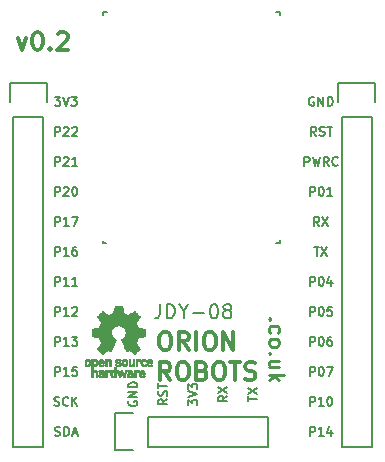
<source format=gto>
G04 #@! TF.FileFunction,Legend,Top*
%FSLAX46Y46*%
G04 Gerber Fmt 4.6, Leading zero omitted, Abs format (unit mm)*
G04 Created by KiCad (PCBNEW 4.0.5) date 02/14/17 20:50:27*
%MOMM*%
%LPD*%
G01*
G04 APERTURE LIST*
%ADD10C,0.100000*%
%ADD11C,0.250000*%
%ADD12C,0.300000*%
%ADD13C,0.127000*%
%ADD14C,0.150000*%
%ADD15C,0.010000*%
G04 APERTURE END LIST*
D10*
D11*
X162730714Y-122525953D02*
X162668810Y-122587858D01*
X162606905Y-122525953D01*
X162668810Y-122464048D01*
X162730714Y-122525953D01*
X162606905Y-122525953D01*
X162668810Y-123702144D02*
X162606905Y-123578334D01*
X162606905Y-123330715D01*
X162668810Y-123206906D01*
X162730714Y-123145001D01*
X162854524Y-123083096D01*
X163225952Y-123083096D01*
X163349762Y-123145001D01*
X163411667Y-123206906D01*
X163473571Y-123330715D01*
X163473571Y-123578334D01*
X163411667Y-123702144D01*
X162606905Y-124445001D02*
X162668810Y-124321192D01*
X162730714Y-124259287D01*
X162854524Y-124197382D01*
X163225952Y-124197382D01*
X163349762Y-124259287D01*
X163411667Y-124321192D01*
X163473571Y-124445001D01*
X163473571Y-124630715D01*
X163411667Y-124754525D01*
X163349762Y-124816430D01*
X163225952Y-124878334D01*
X162854524Y-124878334D01*
X162730714Y-124816430D01*
X162668810Y-124754525D01*
X162606905Y-124630715D01*
X162606905Y-124445001D01*
X162730714Y-125435477D02*
X162668810Y-125497382D01*
X162606905Y-125435477D01*
X162668810Y-125373572D01*
X162730714Y-125435477D01*
X162606905Y-125435477D01*
X163473571Y-126611668D02*
X162606905Y-126611668D01*
X163473571Y-126054525D02*
X162792619Y-126054525D01*
X162668810Y-126116430D01*
X162606905Y-126240239D01*
X162606905Y-126425953D01*
X162668810Y-126549763D01*
X162730714Y-126611668D01*
X162606905Y-127230715D02*
X163906905Y-127230715D01*
X163102143Y-127354524D02*
X162606905Y-127725953D01*
X163473571Y-127725953D02*
X162978333Y-127230715D01*
D12*
X153677857Y-123633571D02*
X153963571Y-123633571D01*
X154106429Y-123705000D01*
X154249286Y-123847857D01*
X154320714Y-124133571D01*
X154320714Y-124633571D01*
X154249286Y-124919286D01*
X154106429Y-125062143D01*
X153963571Y-125133571D01*
X153677857Y-125133571D01*
X153535000Y-125062143D01*
X153392143Y-124919286D01*
X153320714Y-124633571D01*
X153320714Y-124133571D01*
X153392143Y-123847857D01*
X153535000Y-123705000D01*
X153677857Y-123633571D01*
X155820715Y-125133571D02*
X155320715Y-124419286D01*
X154963572Y-125133571D02*
X154963572Y-123633571D01*
X155535000Y-123633571D01*
X155677858Y-123705000D01*
X155749286Y-123776429D01*
X155820715Y-123919286D01*
X155820715Y-124133571D01*
X155749286Y-124276429D01*
X155677858Y-124347857D01*
X155535000Y-124419286D01*
X154963572Y-124419286D01*
X156463572Y-125133571D02*
X156463572Y-123633571D01*
X157463572Y-123633571D02*
X157749286Y-123633571D01*
X157892144Y-123705000D01*
X158035001Y-123847857D01*
X158106429Y-124133571D01*
X158106429Y-124633571D01*
X158035001Y-124919286D01*
X157892144Y-125062143D01*
X157749286Y-125133571D01*
X157463572Y-125133571D01*
X157320715Y-125062143D01*
X157177858Y-124919286D01*
X157106429Y-124633571D01*
X157106429Y-124133571D01*
X157177858Y-123847857D01*
X157320715Y-123705000D01*
X157463572Y-123633571D01*
X158749287Y-125133571D02*
X158749287Y-123633571D01*
X159606430Y-125133571D01*
X159606430Y-123633571D01*
X154249286Y-127683571D02*
X153749286Y-126969286D01*
X153392143Y-127683571D02*
X153392143Y-126183571D01*
X153963571Y-126183571D01*
X154106429Y-126255000D01*
X154177857Y-126326429D01*
X154249286Y-126469286D01*
X154249286Y-126683571D01*
X154177857Y-126826429D01*
X154106429Y-126897857D01*
X153963571Y-126969286D01*
X153392143Y-126969286D01*
X155177857Y-126183571D02*
X155463571Y-126183571D01*
X155606429Y-126255000D01*
X155749286Y-126397857D01*
X155820714Y-126683571D01*
X155820714Y-127183571D01*
X155749286Y-127469286D01*
X155606429Y-127612143D01*
X155463571Y-127683571D01*
X155177857Y-127683571D01*
X155035000Y-127612143D01*
X154892143Y-127469286D01*
X154820714Y-127183571D01*
X154820714Y-126683571D01*
X154892143Y-126397857D01*
X155035000Y-126255000D01*
X155177857Y-126183571D01*
X156963572Y-126897857D02*
X157177858Y-126969286D01*
X157249286Y-127040714D01*
X157320715Y-127183571D01*
X157320715Y-127397857D01*
X157249286Y-127540714D01*
X157177858Y-127612143D01*
X157035000Y-127683571D01*
X156463572Y-127683571D01*
X156463572Y-126183571D01*
X156963572Y-126183571D01*
X157106429Y-126255000D01*
X157177858Y-126326429D01*
X157249286Y-126469286D01*
X157249286Y-126612143D01*
X157177858Y-126755000D01*
X157106429Y-126826429D01*
X156963572Y-126897857D01*
X156463572Y-126897857D01*
X158249286Y-126183571D02*
X158535000Y-126183571D01*
X158677858Y-126255000D01*
X158820715Y-126397857D01*
X158892143Y-126683571D01*
X158892143Y-127183571D01*
X158820715Y-127469286D01*
X158677858Y-127612143D01*
X158535000Y-127683571D01*
X158249286Y-127683571D01*
X158106429Y-127612143D01*
X157963572Y-127469286D01*
X157892143Y-127183571D01*
X157892143Y-126683571D01*
X157963572Y-126397857D01*
X158106429Y-126255000D01*
X158249286Y-126183571D01*
X159320715Y-126183571D02*
X160177858Y-126183571D01*
X159749287Y-127683571D02*
X159749287Y-126183571D01*
X160606429Y-127612143D02*
X160820715Y-127683571D01*
X161177858Y-127683571D01*
X161320715Y-127612143D01*
X161392144Y-127540714D01*
X161463572Y-127397857D01*
X161463572Y-127255000D01*
X161392144Y-127112143D01*
X161320715Y-127040714D01*
X161177858Y-126969286D01*
X160892144Y-126897857D01*
X160749286Y-126826429D01*
X160677858Y-126755000D01*
X160606429Y-126612143D01*
X160606429Y-126469286D01*
X160677858Y-126326429D01*
X160749286Y-126255000D01*
X160892144Y-126183571D01*
X161249286Y-126183571D01*
X161463572Y-126255000D01*
X141367144Y-98738571D02*
X141724287Y-99738571D01*
X142081429Y-98738571D01*
X142938572Y-98238571D02*
X143081429Y-98238571D01*
X143224286Y-98310000D01*
X143295715Y-98381429D01*
X143367144Y-98524286D01*
X143438572Y-98810000D01*
X143438572Y-99167143D01*
X143367144Y-99452857D01*
X143295715Y-99595714D01*
X143224286Y-99667143D01*
X143081429Y-99738571D01*
X142938572Y-99738571D01*
X142795715Y-99667143D01*
X142724286Y-99595714D01*
X142652858Y-99452857D01*
X142581429Y-99167143D01*
X142581429Y-98810000D01*
X142652858Y-98524286D01*
X142724286Y-98381429D01*
X142795715Y-98310000D01*
X142938572Y-98238571D01*
X144081429Y-99595714D02*
X144152857Y-99667143D01*
X144081429Y-99738571D01*
X144010000Y-99667143D01*
X144081429Y-99595714D01*
X144081429Y-99738571D01*
X144724286Y-98381429D02*
X144795715Y-98310000D01*
X144938572Y-98238571D01*
X145295715Y-98238571D01*
X145438572Y-98310000D01*
X145510001Y-98381429D01*
X145581429Y-98524286D01*
X145581429Y-98667143D01*
X145510001Y-98881429D01*
X144652858Y-99738571D01*
X145581429Y-99738571D01*
D13*
X150749000Y-129485572D02*
X150712714Y-129558143D01*
X150712714Y-129667000D01*
X150749000Y-129775857D01*
X150821571Y-129848429D01*
X150894143Y-129884714D01*
X151039286Y-129921000D01*
X151148143Y-129921000D01*
X151293286Y-129884714D01*
X151365857Y-129848429D01*
X151438429Y-129775857D01*
X151474714Y-129667000D01*
X151474714Y-129594429D01*
X151438429Y-129485572D01*
X151402143Y-129449286D01*
X151148143Y-129449286D01*
X151148143Y-129594429D01*
X151474714Y-129122714D02*
X150712714Y-129122714D01*
X151474714Y-128687286D01*
X150712714Y-128687286D01*
X151474714Y-128324428D02*
X150712714Y-128324428D01*
X150712714Y-128143000D01*
X150749000Y-128034143D01*
X150821571Y-127961571D01*
X150894143Y-127925286D01*
X151039286Y-127889000D01*
X151148143Y-127889000D01*
X151293286Y-127925286D01*
X151365857Y-127961571D01*
X151438429Y-128034143D01*
X151474714Y-128143000D01*
X151474714Y-128324428D01*
X154014714Y-129322285D02*
X153651857Y-129576285D01*
X154014714Y-129757713D02*
X153252714Y-129757713D01*
X153252714Y-129467428D01*
X153289000Y-129394856D01*
X153325286Y-129358571D01*
X153397857Y-129322285D01*
X153506714Y-129322285D01*
X153579286Y-129358571D01*
X153615571Y-129394856D01*
X153651857Y-129467428D01*
X153651857Y-129757713D01*
X153978429Y-129031999D02*
X154014714Y-128923142D01*
X154014714Y-128741713D01*
X153978429Y-128669142D01*
X153942143Y-128632856D01*
X153869571Y-128596571D01*
X153797000Y-128596571D01*
X153724429Y-128632856D01*
X153688143Y-128669142D01*
X153651857Y-128741713D01*
X153615571Y-128886856D01*
X153579286Y-128959428D01*
X153543000Y-128995713D01*
X153470429Y-129031999D01*
X153397857Y-129031999D01*
X153325286Y-128995713D01*
X153289000Y-128959428D01*
X153252714Y-128886856D01*
X153252714Y-128705428D01*
X153289000Y-128596571D01*
X153252714Y-128378857D02*
X153252714Y-127943428D01*
X154014714Y-128161142D02*
X153252714Y-128161142D01*
X159094714Y-129032000D02*
X158731857Y-129286000D01*
X159094714Y-129467428D02*
X158332714Y-129467428D01*
X158332714Y-129177143D01*
X158369000Y-129104571D01*
X158405286Y-129068286D01*
X158477857Y-129032000D01*
X158586714Y-129032000D01*
X158659286Y-129068286D01*
X158695571Y-129104571D01*
X158731857Y-129177143D01*
X158731857Y-129467428D01*
X158332714Y-128778000D02*
X159094714Y-128270000D01*
X158332714Y-128270000D02*
X159094714Y-128778000D01*
X155792714Y-129848428D02*
X155792714Y-129376714D01*
X156083000Y-129630714D01*
X156083000Y-129521856D01*
X156119286Y-129449285D01*
X156155571Y-129412999D01*
X156228143Y-129376714D01*
X156409571Y-129376714D01*
X156482143Y-129412999D01*
X156518429Y-129449285D01*
X156554714Y-129521856D01*
X156554714Y-129739571D01*
X156518429Y-129812142D01*
X156482143Y-129848428D01*
X155792714Y-129159000D02*
X156554714Y-128905000D01*
X155792714Y-128651000D01*
X155792714Y-128469571D02*
X155792714Y-127997857D01*
X156083000Y-128251857D01*
X156083000Y-128142999D01*
X156119286Y-128070428D01*
X156155571Y-128034142D01*
X156228143Y-127997857D01*
X156409571Y-127997857D01*
X156482143Y-128034142D01*
X156518429Y-128070428D01*
X156554714Y-128142999D01*
X156554714Y-128360714D01*
X156518429Y-128433285D01*
X156482143Y-128469571D01*
X160872714Y-129485571D02*
X160872714Y-129050142D01*
X161634714Y-129267856D02*
X160872714Y-129267856D01*
X160872714Y-128868714D02*
X161634714Y-128360714D01*
X160872714Y-128360714D02*
X161634714Y-128868714D01*
X144489715Y-124804714D02*
X144489715Y-124042714D01*
X144780000Y-124042714D01*
X144852572Y-124079000D01*
X144888857Y-124115286D01*
X144925143Y-124187857D01*
X144925143Y-124296714D01*
X144888857Y-124369286D01*
X144852572Y-124405571D01*
X144780000Y-124441857D01*
X144489715Y-124441857D01*
X145650857Y-124804714D02*
X145215429Y-124804714D01*
X145433143Y-124804714D02*
X145433143Y-124042714D01*
X145360572Y-124151571D01*
X145288000Y-124224143D01*
X145215429Y-124260429D01*
X145904857Y-124042714D02*
X146376571Y-124042714D01*
X146122571Y-124333000D01*
X146231429Y-124333000D01*
X146304000Y-124369286D01*
X146340286Y-124405571D01*
X146376571Y-124478143D01*
X146376571Y-124659571D01*
X146340286Y-124732143D01*
X146304000Y-124768429D01*
X146231429Y-124804714D01*
X146013714Y-124804714D01*
X145941143Y-124768429D01*
X145904857Y-124732143D01*
X144435286Y-129848429D02*
X144544143Y-129884714D01*
X144725572Y-129884714D01*
X144798143Y-129848429D01*
X144834429Y-129812143D01*
X144870714Y-129739571D01*
X144870714Y-129667000D01*
X144834429Y-129594429D01*
X144798143Y-129558143D01*
X144725572Y-129521857D01*
X144580429Y-129485571D01*
X144507857Y-129449286D01*
X144471572Y-129413000D01*
X144435286Y-129340429D01*
X144435286Y-129267857D01*
X144471572Y-129195286D01*
X144507857Y-129159000D01*
X144580429Y-129122714D01*
X144761857Y-129122714D01*
X144870714Y-129159000D01*
X145632714Y-129812143D02*
X145596428Y-129848429D01*
X145487571Y-129884714D01*
X145415000Y-129884714D01*
X145306143Y-129848429D01*
X145233571Y-129775857D01*
X145197286Y-129703286D01*
X145161000Y-129558143D01*
X145161000Y-129449286D01*
X145197286Y-129304143D01*
X145233571Y-129231571D01*
X145306143Y-129159000D01*
X145415000Y-129122714D01*
X145487571Y-129122714D01*
X145596428Y-129159000D01*
X145632714Y-129195286D01*
X145959286Y-129884714D02*
X145959286Y-129122714D01*
X146394714Y-129884714D02*
X146068143Y-129449286D01*
X146394714Y-129122714D02*
X145959286Y-129558143D01*
X144489715Y-127344714D02*
X144489715Y-126582714D01*
X144780000Y-126582714D01*
X144852572Y-126619000D01*
X144888857Y-126655286D01*
X144925143Y-126727857D01*
X144925143Y-126836714D01*
X144888857Y-126909286D01*
X144852572Y-126945571D01*
X144780000Y-126981857D01*
X144489715Y-126981857D01*
X145650857Y-127344714D02*
X145215429Y-127344714D01*
X145433143Y-127344714D02*
X145433143Y-126582714D01*
X145360572Y-126691571D01*
X145288000Y-126764143D01*
X145215429Y-126800429D01*
X146340286Y-126582714D02*
X145977429Y-126582714D01*
X145941143Y-126945571D01*
X145977429Y-126909286D01*
X146050000Y-126873000D01*
X146231429Y-126873000D01*
X146304000Y-126909286D01*
X146340286Y-126945571D01*
X146376571Y-127018143D01*
X146376571Y-127199571D01*
X146340286Y-127272143D01*
X146304000Y-127308429D01*
X146231429Y-127344714D01*
X146050000Y-127344714D01*
X145977429Y-127308429D01*
X145941143Y-127272143D01*
X144489715Y-132388429D02*
X144598572Y-132424714D01*
X144780001Y-132424714D01*
X144852572Y-132388429D01*
X144888858Y-132352143D01*
X144925143Y-132279571D01*
X144925143Y-132207000D01*
X144888858Y-132134429D01*
X144852572Y-132098143D01*
X144780001Y-132061857D01*
X144634858Y-132025571D01*
X144562286Y-131989286D01*
X144526001Y-131953000D01*
X144489715Y-131880429D01*
X144489715Y-131807857D01*
X144526001Y-131735286D01*
X144562286Y-131699000D01*
X144634858Y-131662714D01*
X144816286Y-131662714D01*
X144925143Y-131699000D01*
X145251715Y-132424714D02*
X145251715Y-131662714D01*
X145433143Y-131662714D01*
X145542000Y-131699000D01*
X145614572Y-131771571D01*
X145650857Y-131844143D01*
X145687143Y-131989286D01*
X145687143Y-132098143D01*
X145650857Y-132243286D01*
X145614572Y-132315857D01*
X145542000Y-132388429D01*
X145433143Y-132424714D01*
X145251715Y-132424714D01*
X145977429Y-132207000D02*
X146340286Y-132207000D01*
X145904857Y-132424714D02*
X146158857Y-131662714D01*
X146412857Y-132424714D01*
X144489715Y-114644714D02*
X144489715Y-113882714D01*
X144780000Y-113882714D01*
X144852572Y-113919000D01*
X144888857Y-113955286D01*
X144925143Y-114027857D01*
X144925143Y-114136714D01*
X144888857Y-114209286D01*
X144852572Y-114245571D01*
X144780000Y-114281857D01*
X144489715Y-114281857D01*
X145650857Y-114644714D02*
X145215429Y-114644714D01*
X145433143Y-114644714D02*
X145433143Y-113882714D01*
X145360572Y-113991571D01*
X145288000Y-114064143D01*
X145215429Y-114100429D01*
X145904857Y-113882714D02*
X146412857Y-113882714D01*
X146086286Y-114644714D01*
X144489715Y-119724714D02*
X144489715Y-118962714D01*
X144780000Y-118962714D01*
X144852572Y-118999000D01*
X144888857Y-119035286D01*
X144925143Y-119107857D01*
X144925143Y-119216714D01*
X144888857Y-119289286D01*
X144852572Y-119325571D01*
X144780000Y-119361857D01*
X144489715Y-119361857D01*
X145650857Y-119724714D02*
X145215429Y-119724714D01*
X145433143Y-119724714D02*
X145433143Y-118962714D01*
X145360572Y-119071571D01*
X145288000Y-119144143D01*
X145215429Y-119180429D01*
X146376571Y-119724714D02*
X145941143Y-119724714D01*
X146158857Y-119724714D02*
X146158857Y-118962714D01*
X146086286Y-119071571D01*
X146013714Y-119144143D01*
X145941143Y-119180429D01*
X144489715Y-122264714D02*
X144489715Y-121502714D01*
X144780000Y-121502714D01*
X144852572Y-121539000D01*
X144888857Y-121575286D01*
X144925143Y-121647857D01*
X144925143Y-121756714D01*
X144888857Y-121829286D01*
X144852572Y-121865571D01*
X144780000Y-121901857D01*
X144489715Y-121901857D01*
X145650857Y-122264714D02*
X145215429Y-122264714D01*
X145433143Y-122264714D02*
X145433143Y-121502714D01*
X145360572Y-121611571D01*
X145288000Y-121684143D01*
X145215429Y-121720429D01*
X145941143Y-121575286D02*
X145977429Y-121539000D01*
X146050000Y-121502714D01*
X146231429Y-121502714D01*
X146304000Y-121539000D01*
X146340286Y-121575286D01*
X146376571Y-121647857D01*
X146376571Y-121720429D01*
X146340286Y-121829286D01*
X145904857Y-122264714D01*
X146376571Y-122264714D01*
X144489715Y-117184714D02*
X144489715Y-116422714D01*
X144780000Y-116422714D01*
X144852572Y-116459000D01*
X144888857Y-116495286D01*
X144925143Y-116567857D01*
X144925143Y-116676714D01*
X144888857Y-116749286D01*
X144852572Y-116785571D01*
X144780000Y-116821857D01*
X144489715Y-116821857D01*
X145650857Y-117184714D02*
X145215429Y-117184714D01*
X145433143Y-117184714D02*
X145433143Y-116422714D01*
X145360572Y-116531571D01*
X145288000Y-116604143D01*
X145215429Y-116640429D01*
X146304000Y-116422714D02*
X146158857Y-116422714D01*
X146086286Y-116459000D01*
X146050000Y-116495286D01*
X145977429Y-116604143D01*
X145941143Y-116749286D01*
X145941143Y-117039571D01*
X145977429Y-117112143D01*
X146013714Y-117148429D01*
X146086286Y-117184714D01*
X146231429Y-117184714D01*
X146304000Y-117148429D01*
X146340286Y-117112143D01*
X146376571Y-117039571D01*
X146376571Y-116858143D01*
X146340286Y-116785571D01*
X146304000Y-116749286D01*
X146231429Y-116713000D01*
X146086286Y-116713000D01*
X146013714Y-116749286D01*
X145977429Y-116785571D01*
X145941143Y-116858143D01*
X144471572Y-103722714D02*
X144943286Y-103722714D01*
X144689286Y-104013000D01*
X144798144Y-104013000D01*
X144870715Y-104049286D01*
X144907001Y-104085571D01*
X144943286Y-104158143D01*
X144943286Y-104339571D01*
X144907001Y-104412143D01*
X144870715Y-104448429D01*
X144798144Y-104484714D01*
X144580429Y-104484714D01*
X144507858Y-104448429D01*
X144471572Y-104412143D01*
X145161000Y-103722714D02*
X145415000Y-104484714D01*
X145669000Y-103722714D01*
X145850429Y-103722714D02*
X146322143Y-103722714D01*
X146068143Y-104013000D01*
X146177001Y-104013000D01*
X146249572Y-104049286D01*
X146285858Y-104085571D01*
X146322143Y-104158143D01*
X146322143Y-104339571D01*
X146285858Y-104412143D01*
X146249572Y-104448429D01*
X146177001Y-104484714D01*
X145959286Y-104484714D01*
X145886715Y-104448429D01*
X145850429Y-104412143D01*
X144489715Y-109564714D02*
X144489715Y-108802714D01*
X144780000Y-108802714D01*
X144852572Y-108839000D01*
X144888857Y-108875286D01*
X144925143Y-108947857D01*
X144925143Y-109056714D01*
X144888857Y-109129286D01*
X144852572Y-109165571D01*
X144780000Y-109201857D01*
X144489715Y-109201857D01*
X145215429Y-108875286D02*
X145251715Y-108839000D01*
X145324286Y-108802714D01*
X145505715Y-108802714D01*
X145578286Y-108839000D01*
X145614572Y-108875286D01*
X145650857Y-108947857D01*
X145650857Y-109020429D01*
X145614572Y-109129286D01*
X145179143Y-109564714D01*
X145650857Y-109564714D01*
X146376571Y-109564714D02*
X145941143Y-109564714D01*
X146158857Y-109564714D02*
X146158857Y-108802714D01*
X146086286Y-108911571D01*
X146013714Y-108984143D01*
X145941143Y-109020429D01*
X144489715Y-112104714D02*
X144489715Y-111342714D01*
X144780000Y-111342714D01*
X144852572Y-111379000D01*
X144888857Y-111415286D01*
X144925143Y-111487857D01*
X144925143Y-111596714D01*
X144888857Y-111669286D01*
X144852572Y-111705571D01*
X144780000Y-111741857D01*
X144489715Y-111741857D01*
X145215429Y-111415286D02*
X145251715Y-111379000D01*
X145324286Y-111342714D01*
X145505715Y-111342714D01*
X145578286Y-111379000D01*
X145614572Y-111415286D01*
X145650857Y-111487857D01*
X145650857Y-111560429D01*
X145614572Y-111669286D01*
X145179143Y-112104714D01*
X145650857Y-112104714D01*
X146122571Y-111342714D02*
X146195143Y-111342714D01*
X146267714Y-111379000D01*
X146304000Y-111415286D01*
X146340286Y-111487857D01*
X146376571Y-111633000D01*
X146376571Y-111814429D01*
X146340286Y-111959571D01*
X146304000Y-112032143D01*
X146267714Y-112068429D01*
X146195143Y-112104714D01*
X146122571Y-112104714D01*
X146050000Y-112068429D01*
X146013714Y-112032143D01*
X145977429Y-111959571D01*
X145941143Y-111814429D01*
X145941143Y-111633000D01*
X145977429Y-111487857D01*
X146013714Y-111415286D01*
X146050000Y-111379000D01*
X146122571Y-111342714D01*
X144489715Y-107024714D02*
X144489715Y-106262714D01*
X144780000Y-106262714D01*
X144852572Y-106299000D01*
X144888857Y-106335286D01*
X144925143Y-106407857D01*
X144925143Y-106516714D01*
X144888857Y-106589286D01*
X144852572Y-106625571D01*
X144780000Y-106661857D01*
X144489715Y-106661857D01*
X145215429Y-106335286D02*
X145251715Y-106299000D01*
X145324286Y-106262714D01*
X145505715Y-106262714D01*
X145578286Y-106299000D01*
X145614572Y-106335286D01*
X145650857Y-106407857D01*
X145650857Y-106480429D01*
X145614572Y-106589286D01*
X145179143Y-107024714D01*
X145650857Y-107024714D01*
X145941143Y-106335286D02*
X145977429Y-106299000D01*
X146050000Y-106262714D01*
X146231429Y-106262714D01*
X146304000Y-106299000D01*
X146340286Y-106335286D01*
X146376571Y-106407857D01*
X146376571Y-106480429D01*
X146340286Y-106589286D01*
X145904857Y-107024714D01*
X146376571Y-107024714D01*
X166079715Y-124804714D02*
X166079715Y-124042714D01*
X166370000Y-124042714D01*
X166442572Y-124079000D01*
X166478857Y-124115286D01*
X166515143Y-124187857D01*
X166515143Y-124296714D01*
X166478857Y-124369286D01*
X166442572Y-124405571D01*
X166370000Y-124441857D01*
X166079715Y-124441857D01*
X166986857Y-124042714D02*
X167059429Y-124042714D01*
X167132000Y-124079000D01*
X167168286Y-124115286D01*
X167204572Y-124187857D01*
X167240857Y-124333000D01*
X167240857Y-124514429D01*
X167204572Y-124659571D01*
X167168286Y-124732143D01*
X167132000Y-124768429D01*
X167059429Y-124804714D01*
X166986857Y-124804714D01*
X166914286Y-124768429D01*
X166878000Y-124732143D01*
X166841715Y-124659571D01*
X166805429Y-124514429D01*
X166805429Y-124333000D01*
X166841715Y-124187857D01*
X166878000Y-124115286D01*
X166914286Y-124079000D01*
X166986857Y-124042714D01*
X167894000Y-124042714D02*
X167748857Y-124042714D01*
X167676286Y-124079000D01*
X167640000Y-124115286D01*
X167567429Y-124224143D01*
X167531143Y-124369286D01*
X167531143Y-124659571D01*
X167567429Y-124732143D01*
X167603714Y-124768429D01*
X167676286Y-124804714D01*
X167821429Y-124804714D01*
X167894000Y-124768429D01*
X167930286Y-124732143D01*
X167966571Y-124659571D01*
X167966571Y-124478143D01*
X167930286Y-124405571D01*
X167894000Y-124369286D01*
X167821429Y-124333000D01*
X167676286Y-124333000D01*
X167603714Y-124369286D01*
X167567429Y-124405571D01*
X167531143Y-124478143D01*
X166079715Y-129884714D02*
X166079715Y-129122714D01*
X166370000Y-129122714D01*
X166442572Y-129159000D01*
X166478857Y-129195286D01*
X166515143Y-129267857D01*
X166515143Y-129376714D01*
X166478857Y-129449286D01*
X166442572Y-129485571D01*
X166370000Y-129521857D01*
X166079715Y-129521857D01*
X167240857Y-129884714D02*
X166805429Y-129884714D01*
X167023143Y-129884714D02*
X167023143Y-129122714D01*
X166950572Y-129231571D01*
X166878000Y-129304143D01*
X166805429Y-129340429D01*
X167712571Y-129122714D02*
X167785143Y-129122714D01*
X167857714Y-129159000D01*
X167894000Y-129195286D01*
X167930286Y-129267857D01*
X167966571Y-129413000D01*
X167966571Y-129594429D01*
X167930286Y-129739571D01*
X167894000Y-129812143D01*
X167857714Y-129848429D01*
X167785143Y-129884714D01*
X167712571Y-129884714D01*
X167640000Y-129848429D01*
X167603714Y-129812143D01*
X167567429Y-129739571D01*
X167531143Y-129594429D01*
X167531143Y-129413000D01*
X167567429Y-129267857D01*
X167603714Y-129195286D01*
X167640000Y-129159000D01*
X167712571Y-129122714D01*
X166079715Y-132424714D02*
X166079715Y-131662714D01*
X166370000Y-131662714D01*
X166442572Y-131699000D01*
X166478857Y-131735286D01*
X166515143Y-131807857D01*
X166515143Y-131916714D01*
X166478857Y-131989286D01*
X166442572Y-132025571D01*
X166370000Y-132061857D01*
X166079715Y-132061857D01*
X167240857Y-132424714D02*
X166805429Y-132424714D01*
X167023143Y-132424714D02*
X167023143Y-131662714D01*
X166950572Y-131771571D01*
X166878000Y-131844143D01*
X166805429Y-131880429D01*
X167894000Y-131916714D02*
X167894000Y-132424714D01*
X167712571Y-131626429D02*
X167531143Y-132170714D01*
X168002857Y-132170714D01*
X166079715Y-127344714D02*
X166079715Y-126582714D01*
X166370000Y-126582714D01*
X166442572Y-126619000D01*
X166478857Y-126655286D01*
X166515143Y-126727857D01*
X166515143Y-126836714D01*
X166478857Y-126909286D01*
X166442572Y-126945571D01*
X166370000Y-126981857D01*
X166079715Y-126981857D01*
X166986857Y-126582714D02*
X167059429Y-126582714D01*
X167132000Y-126619000D01*
X167168286Y-126655286D01*
X167204572Y-126727857D01*
X167240857Y-126873000D01*
X167240857Y-127054429D01*
X167204572Y-127199571D01*
X167168286Y-127272143D01*
X167132000Y-127308429D01*
X167059429Y-127344714D01*
X166986857Y-127344714D01*
X166914286Y-127308429D01*
X166878000Y-127272143D01*
X166841715Y-127199571D01*
X166805429Y-127054429D01*
X166805429Y-126873000D01*
X166841715Y-126727857D01*
X166878000Y-126655286D01*
X166914286Y-126619000D01*
X166986857Y-126582714D01*
X167494857Y-126582714D02*
X168002857Y-126582714D01*
X167676286Y-127344714D01*
X166878000Y-114644714D02*
X166624000Y-114281857D01*
X166442572Y-114644714D02*
X166442572Y-113882714D01*
X166732857Y-113882714D01*
X166805429Y-113919000D01*
X166841714Y-113955286D01*
X166878000Y-114027857D01*
X166878000Y-114136714D01*
X166841714Y-114209286D01*
X166805429Y-114245571D01*
X166732857Y-114281857D01*
X166442572Y-114281857D01*
X167132000Y-113882714D02*
X167640000Y-114644714D01*
X167640000Y-113882714D02*
X167132000Y-114644714D01*
X166079715Y-119724714D02*
X166079715Y-118962714D01*
X166370000Y-118962714D01*
X166442572Y-118999000D01*
X166478857Y-119035286D01*
X166515143Y-119107857D01*
X166515143Y-119216714D01*
X166478857Y-119289286D01*
X166442572Y-119325571D01*
X166370000Y-119361857D01*
X166079715Y-119361857D01*
X166986857Y-118962714D02*
X167059429Y-118962714D01*
X167132000Y-118999000D01*
X167168286Y-119035286D01*
X167204572Y-119107857D01*
X167240857Y-119253000D01*
X167240857Y-119434429D01*
X167204572Y-119579571D01*
X167168286Y-119652143D01*
X167132000Y-119688429D01*
X167059429Y-119724714D01*
X166986857Y-119724714D01*
X166914286Y-119688429D01*
X166878000Y-119652143D01*
X166841715Y-119579571D01*
X166805429Y-119434429D01*
X166805429Y-119253000D01*
X166841715Y-119107857D01*
X166878000Y-119035286D01*
X166914286Y-118999000D01*
X166986857Y-118962714D01*
X167894000Y-119216714D02*
X167894000Y-119724714D01*
X167712571Y-118926429D02*
X167531143Y-119470714D01*
X168002857Y-119470714D01*
X166079715Y-122264714D02*
X166079715Y-121502714D01*
X166370000Y-121502714D01*
X166442572Y-121539000D01*
X166478857Y-121575286D01*
X166515143Y-121647857D01*
X166515143Y-121756714D01*
X166478857Y-121829286D01*
X166442572Y-121865571D01*
X166370000Y-121901857D01*
X166079715Y-121901857D01*
X166986857Y-121502714D02*
X167059429Y-121502714D01*
X167132000Y-121539000D01*
X167168286Y-121575286D01*
X167204572Y-121647857D01*
X167240857Y-121793000D01*
X167240857Y-121974429D01*
X167204572Y-122119571D01*
X167168286Y-122192143D01*
X167132000Y-122228429D01*
X167059429Y-122264714D01*
X166986857Y-122264714D01*
X166914286Y-122228429D01*
X166878000Y-122192143D01*
X166841715Y-122119571D01*
X166805429Y-121974429D01*
X166805429Y-121793000D01*
X166841715Y-121647857D01*
X166878000Y-121575286D01*
X166914286Y-121539000D01*
X166986857Y-121502714D01*
X167930286Y-121502714D02*
X167567429Y-121502714D01*
X167531143Y-121865571D01*
X167567429Y-121829286D01*
X167640000Y-121793000D01*
X167821429Y-121793000D01*
X167894000Y-121829286D01*
X167930286Y-121865571D01*
X167966571Y-121938143D01*
X167966571Y-122119571D01*
X167930286Y-122192143D01*
X167894000Y-122228429D01*
X167821429Y-122264714D01*
X167640000Y-122264714D01*
X167567429Y-122228429D01*
X167531143Y-122192143D01*
X166424429Y-116422714D02*
X166859858Y-116422714D01*
X166642144Y-117184714D02*
X166642144Y-116422714D01*
X167041286Y-116422714D02*
X167549286Y-117184714D01*
X167549286Y-116422714D02*
X167041286Y-117184714D01*
X165608001Y-109564714D02*
X165608001Y-108802714D01*
X165898286Y-108802714D01*
X165970858Y-108839000D01*
X166007143Y-108875286D01*
X166043429Y-108947857D01*
X166043429Y-109056714D01*
X166007143Y-109129286D01*
X165970858Y-109165571D01*
X165898286Y-109201857D01*
X165608001Y-109201857D01*
X166297429Y-108802714D02*
X166478858Y-109564714D01*
X166624001Y-109020429D01*
X166769143Y-109564714D01*
X166950572Y-108802714D01*
X167676286Y-109564714D02*
X167422286Y-109201857D01*
X167240858Y-109564714D02*
X167240858Y-108802714D01*
X167531143Y-108802714D01*
X167603715Y-108839000D01*
X167640000Y-108875286D01*
X167676286Y-108947857D01*
X167676286Y-109056714D01*
X167640000Y-109129286D01*
X167603715Y-109165571D01*
X167531143Y-109201857D01*
X167240858Y-109201857D01*
X168438286Y-109492143D02*
X168402000Y-109528429D01*
X168293143Y-109564714D01*
X168220572Y-109564714D01*
X168111715Y-109528429D01*
X168039143Y-109455857D01*
X168002858Y-109383286D01*
X167966572Y-109238143D01*
X167966572Y-109129286D01*
X168002858Y-108984143D01*
X168039143Y-108911571D01*
X168111715Y-108839000D01*
X168220572Y-108802714D01*
X168293143Y-108802714D01*
X168402000Y-108839000D01*
X168438286Y-108875286D01*
X166079715Y-112104714D02*
X166079715Y-111342714D01*
X166370000Y-111342714D01*
X166442572Y-111379000D01*
X166478857Y-111415286D01*
X166515143Y-111487857D01*
X166515143Y-111596714D01*
X166478857Y-111669286D01*
X166442572Y-111705571D01*
X166370000Y-111741857D01*
X166079715Y-111741857D01*
X166986857Y-111342714D02*
X167059429Y-111342714D01*
X167132000Y-111379000D01*
X167168286Y-111415286D01*
X167204572Y-111487857D01*
X167240857Y-111633000D01*
X167240857Y-111814429D01*
X167204572Y-111959571D01*
X167168286Y-112032143D01*
X167132000Y-112068429D01*
X167059429Y-112104714D01*
X166986857Y-112104714D01*
X166914286Y-112068429D01*
X166878000Y-112032143D01*
X166841715Y-111959571D01*
X166805429Y-111814429D01*
X166805429Y-111633000D01*
X166841715Y-111487857D01*
X166878000Y-111415286D01*
X166914286Y-111379000D01*
X166986857Y-111342714D01*
X167966571Y-112104714D02*
X167531143Y-112104714D01*
X167748857Y-112104714D02*
X167748857Y-111342714D01*
X167676286Y-111451571D01*
X167603714Y-111524143D01*
X167531143Y-111560429D01*
X166587715Y-107024714D02*
X166333715Y-106661857D01*
X166152287Y-107024714D02*
X166152287Y-106262714D01*
X166442572Y-106262714D01*
X166515144Y-106299000D01*
X166551429Y-106335286D01*
X166587715Y-106407857D01*
X166587715Y-106516714D01*
X166551429Y-106589286D01*
X166515144Y-106625571D01*
X166442572Y-106661857D01*
X166152287Y-106661857D01*
X166878001Y-106988429D02*
X166986858Y-107024714D01*
X167168287Y-107024714D01*
X167240858Y-106988429D01*
X167277144Y-106952143D01*
X167313429Y-106879571D01*
X167313429Y-106807000D01*
X167277144Y-106734429D01*
X167240858Y-106698143D01*
X167168287Y-106661857D01*
X167023144Y-106625571D01*
X166950572Y-106589286D01*
X166914287Y-106553000D01*
X166878001Y-106480429D01*
X166878001Y-106407857D01*
X166914287Y-106335286D01*
X166950572Y-106299000D01*
X167023144Y-106262714D01*
X167204572Y-106262714D01*
X167313429Y-106299000D01*
X167531143Y-106262714D02*
X167966572Y-106262714D01*
X167748858Y-107024714D02*
X167748858Y-106262714D01*
X166424428Y-103759000D02*
X166351857Y-103722714D01*
X166243000Y-103722714D01*
X166134143Y-103759000D01*
X166061571Y-103831571D01*
X166025286Y-103904143D01*
X165989000Y-104049286D01*
X165989000Y-104158143D01*
X166025286Y-104303286D01*
X166061571Y-104375857D01*
X166134143Y-104448429D01*
X166243000Y-104484714D01*
X166315571Y-104484714D01*
X166424428Y-104448429D01*
X166460714Y-104412143D01*
X166460714Y-104158143D01*
X166315571Y-104158143D01*
X166787286Y-104484714D02*
X166787286Y-103722714D01*
X167222714Y-104484714D01*
X167222714Y-103722714D01*
X167585572Y-104484714D02*
X167585572Y-103722714D01*
X167767000Y-103722714D01*
X167875857Y-103759000D01*
X167948429Y-103831571D01*
X167984714Y-103904143D01*
X168021000Y-104049286D01*
X168021000Y-104158143D01*
X167984714Y-104303286D01*
X167948429Y-104375857D01*
X167875857Y-104448429D01*
X167767000Y-104484714D01*
X167585572Y-104484714D01*
D14*
X140970000Y-105410000D02*
X140970000Y-133350000D01*
X140970000Y-133350000D02*
X143510000Y-133350000D01*
X143510000Y-133350000D02*
X143510000Y-105410000D01*
X140690000Y-102590000D02*
X140690000Y-104140000D01*
X140970000Y-105410000D02*
X143510000Y-105410000D01*
X143790000Y-104140000D02*
X143790000Y-102590000D01*
X143790000Y-102590000D02*
X140690000Y-102590000D01*
X163530000Y-115820000D02*
X163530000Y-116120000D01*
X163530000Y-116120000D02*
X163230000Y-116120000D01*
X163530000Y-96520000D02*
X163230000Y-96520000D01*
X163530000Y-96520000D02*
X163530000Y-96820000D01*
X148590000Y-116120000D02*
X148590000Y-115920000D01*
X148590000Y-116120000D02*
X148790000Y-116120000D01*
X148890000Y-96520000D02*
X148590000Y-96520000D01*
X148590000Y-96520000D02*
X148590000Y-96820000D01*
X152400000Y-133350000D02*
X162560000Y-133350000D01*
X162560000Y-133350000D02*
X162560000Y-130810000D01*
X162560000Y-130810000D02*
X152400000Y-130810000D01*
X149580000Y-133630000D02*
X151130000Y-133630000D01*
X152400000Y-133350000D02*
X152400000Y-130810000D01*
X151130000Y-130530000D02*
X149580000Y-130530000D01*
X149580000Y-130530000D02*
X149580000Y-133630000D01*
X168757600Y-105410000D02*
X168757600Y-133350000D01*
X168757600Y-133350000D02*
X171297600Y-133350000D01*
X171297600Y-133350000D02*
X171297600Y-105410000D01*
X168477600Y-102590000D02*
X168477600Y-104140000D01*
X168757600Y-105410000D02*
X171297600Y-105410000D01*
X171577600Y-104140000D02*
X171577600Y-102590000D01*
X171577600Y-102590000D02*
X168477600Y-102590000D01*
D15*
G36*
X147951241Y-125929184D02*
X147977753Y-125942282D01*
X148010447Y-125965106D01*
X148034275Y-125989996D01*
X148050594Y-126021249D01*
X148060760Y-126063166D01*
X148066128Y-126120044D01*
X148068056Y-126196184D01*
X148068169Y-126228917D01*
X148067839Y-126300656D01*
X148066473Y-126351927D01*
X148063500Y-126387404D01*
X148058351Y-126411763D01*
X148050457Y-126429680D01*
X148042243Y-126441902D01*
X147989813Y-126493905D01*
X147928070Y-126525184D01*
X147861464Y-126534592D01*
X147794442Y-126520980D01*
X147773208Y-126511354D01*
X147722376Y-126484859D01*
X147722376Y-126900052D01*
X147759475Y-126880868D01*
X147808357Y-126866025D01*
X147868439Y-126862222D01*
X147928436Y-126869243D01*
X147973744Y-126885013D01*
X148011325Y-126915047D01*
X148043436Y-126958024D01*
X148045850Y-126962436D01*
X148056033Y-126983221D01*
X148063470Y-127004170D01*
X148068589Y-127029548D01*
X148071819Y-127063618D01*
X148073587Y-127110641D01*
X148074323Y-127174882D01*
X148074456Y-127247176D01*
X148074456Y-127477822D01*
X147936139Y-127477822D01*
X147936139Y-127052533D01*
X147897451Y-127019979D01*
X147857262Y-126993940D01*
X147819203Y-126989205D01*
X147780934Y-127001389D01*
X147760538Y-127013320D01*
X147745358Y-127030313D01*
X147734562Y-127055995D01*
X147727317Y-127093991D01*
X147722792Y-127147926D01*
X147720156Y-127221425D01*
X147719228Y-127270347D01*
X147716089Y-127471535D01*
X147650074Y-127475336D01*
X147584060Y-127479136D01*
X147584060Y-126230650D01*
X147722376Y-126230650D01*
X147725903Y-126300254D01*
X147737785Y-126348569D01*
X147759980Y-126378631D01*
X147794441Y-126393471D01*
X147829258Y-126396436D01*
X147868671Y-126393028D01*
X147894829Y-126379617D01*
X147911186Y-126361896D01*
X147924063Y-126342835D01*
X147931728Y-126321601D01*
X147935139Y-126291849D01*
X147935251Y-126247236D01*
X147934103Y-126209880D01*
X147931468Y-126153604D01*
X147927544Y-126116658D01*
X147920937Y-126093223D01*
X147910251Y-126077480D01*
X147900167Y-126068380D01*
X147858030Y-126048537D01*
X147808160Y-126045332D01*
X147779524Y-126052168D01*
X147751172Y-126076464D01*
X147732391Y-126123728D01*
X147723288Y-126193624D01*
X147722376Y-126230650D01*
X147584060Y-126230650D01*
X147584060Y-125918614D01*
X147653218Y-125918614D01*
X147694740Y-125920256D01*
X147716162Y-125926087D01*
X147722374Y-125937461D01*
X147722376Y-125937798D01*
X147725258Y-125948938D01*
X147737970Y-125947673D01*
X147763243Y-125935433D01*
X147822131Y-125916707D01*
X147888385Y-125914739D01*
X147951241Y-125929184D01*
X147951241Y-125929184D01*
G37*
X147951241Y-125929184D02*
X147977753Y-125942282D01*
X148010447Y-125965106D01*
X148034275Y-125989996D01*
X148050594Y-126021249D01*
X148060760Y-126063166D01*
X148066128Y-126120044D01*
X148068056Y-126196184D01*
X148068169Y-126228917D01*
X148067839Y-126300656D01*
X148066473Y-126351927D01*
X148063500Y-126387404D01*
X148058351Y-126411763D01*
X148050457Y-126429680D01*
X148042243Y-126441902D01*
X147989813Y-126493905D01*
X147928070Y-126525184D01*
X147861464Y-126534592D01*
X147794442Y-126520980D01*
X147773208Y-126511354D01*
X147722376Y-126484859D01*
X147722376Y-126900052D01*
X147759475Y-126880868D01*
X147808357Y-126866025D01*
X147868439Y-126862222D01*
X147928436Y-126869243D01*
X147973744Y-126885013D01*
X148011325Y-126915047D01*
X148043436Y-126958024D01*
X148045850Y-126962436D01*
X148056033Y-126983221D01*
X148063470Y-127004170D01*
X148068589Y-127029548D01*
X148071819Y-127063618D01*
X148073587Y-127110641D01*
X148074323Y-127174882D01*
X148074456Y-127247176D01*
X148074456Y-127477822D01*
X147936139Y-127477822D01*
X147936139Y-127052533D01*
X147897451Y-127019979D01*
X147857262Y-126993940D01*
X147819203Y-126989205D01*
X147780934Y-127001389D01*
X147760538Y-127013320D01*
X147745358Y-127030313D01*
X147734562Y-127055995D01*
X147727317Y-127093991D01*
X147722792Y-127147926D01*
X147720156Y-127221425D01*
X147719228Y-127270347D01*
X147716089Y-127471535D01*
X147650074Y-127475336D01*
X147584060Y-127479136D01*
X147584060Y-126230650D01*
X147722376Y-126230650D01*
X147725903Y-126300254D01*
X147737785Y-126348569D01*
X147759980Y-126378631D01*
X147794441Y-126393471D01*
X147829258Y-126396436D01*
X147868671Y-126393028D01*
X147894829Y-126379617D01*
X147911186Y-126361896D01*
X147924063Y-126342835D01*
X147931728Y-126321601D01*
X147935139Y-126291849D01*
X147935251Y-126247236D01*
X147934103Y-126209880D01*
X147931468Y-126153604D01*
X147927544Y-126116658D01*
X147920937Y-126093223D01*
X147910251Y-126077480D01*
X147900167Y-126068380D01*
X147858030Y-126048537D01*
X147808160Y-126045332D01*
X147779524Y-126052168D01*
X147751172Y-126076464D01*
X147732391Y-126123728D01*
X147723288Y-126193624D01*
X147722376Y-126230650D01*
X147584060Y-126230650D01*
X147584060Y-125918614D01*
X147653218Y-125918614D01*
X147694740Y-125920256D01*
X147716162Y-125926087D01*
X147722374Y-125937461D01*
X147722376Y-125937798D01*
X147725258Y-125948938D01*
X147737970Y-125947673D01*
X147763243Y-125935433D01*
X147822131Y-125916707D01*
X147888385Y-125914739D01*
X147951241Y-125929184D01*
G36*
X148475790Y-126866555D02*
X148534945Y-126882339D01*
X148579977Y-126910948D01*
X148611754Y-126948419D01*
X148621634Y-126964411D01*
X148628927Y-126981163D01*
X148634026Y-127002592D01*
X148637321Y-127032616D01*
X148639203Y-127075154D01*
X148640063Y-127134122D01*
X148640293Y-127213440D01*
X148640297Y-127234484D01*
X148640297Y-127477822D01*
X148579941Y-127477822D01*
X148541443Y-127475126D01*
X148512977Y-127468295D01*
X148505845Y-127464083D01*
X148486348Y-127456813D01*
X148466434Y-127464083D01*
X148433647Y-127473160D01*
X148386022Y-127476813D01*
X148333236Y-127475228D01*
X148284964Y-127468589D01*
X148256782Y-127460072D01*
X148202247Y-127425063D01*
X148168165Y-127376479D01*
X148152843Y-127311882D01*
X148152701Y-127310223D01*
X148154045Y-127281566D01*
X148275644Y-127281566D01*
X148286274Y-127314161D01*
X148303590Y-127332505D01*
X148338348Y-127346379D01*
X148384227Y-127351917D01*
X148431012Y-127349191D01*
X148468486Y-127338274D01*
X148478985Y-127331269D01*
X148497332Y-127298904D01*
X148501980Y-127262111D01*
X148501980Y-127213763D01*
X148432418Y-127213763D01*
X148366333Y-127218850D01*
X148316236Y-127233263D01*
X148285071Y-127255729D01*
X148275644Y-127281566D01*
X148154045Y-127281566D01*
X148156013Y-127239647D01*
X148179290Y-127183845D01*
X148223052Y-127141647D01*
X148229101Y-127137808D01*
X148255093Y-127125309D01*
X148287265Y-127117740D01*
X148332240Y-127114061D01*
X148385669Y-127113216D01*
X148501980Y-127113169D01*
X148501980Y-127064411D01*
X148497047Y-127026581D01*
X148484457Y-127001236D01*
X148482983Y-126999887D01*
X148454966Y-126988800D01*
X148412674Y-126984503D01*
X148365936Y-126986615D01*
X148324582Y-126994756D01*
X148300043Y-127006965D01*
X148286747Y-127016746D01*
X148272706Y-127018613D01*
X148253329Y-127010600D01*
X148224024Y-126990739D01*
X148180197Y-126957063D01*
X148176175Y-126953909D01*
X148178236Y-126942236D01*
X148195432Y-126922822D01*
X148221567Y-126901248D01*
X148250448Y-126883096D01*
X148259522Y-126878809D01*
X148292620Y-126870256D01*
X148341120Y-126864155D01*
X148395305Y-126861708D01*
X148397839Y-126861703D01*
X148475790Y-126866555D01*
X148475790Y-126866555D01*
G37*
X148475790Y-126866555D02*
X148534945Y-126882339D01*
X148579977Y-126910948D01*
X148611754Y-126948419D01*
X148621634Y-126964411D01*
X148628927Y-126981163D01*
X148634026Y-127002592D01*
X148637321Y-127032616D01*
X148639203Y-127075154D01*
X148640063Y-127134122D01*
X148640293Y-127213440D01*
X148640297Y-127234484D01*
X148640297Y-127477822D01*
X148579941Y-127477822D01*
X148541443Y-127475126D01*
X148512977Y-127468295D01*
X148505845Y-127464083D01*
X148486348Y-127456813D01*
X148466434Y-127464083D01*
X148433647Y-127473160D01*
X148386022Y-127476813D01*
X148333236Y-127475228D01*
X148284964Y-127468589D01*
X148256782Y-127460072D01*
X148202247Y-127425063D01*
X148168165Y-127376479D01*
X148152843Y-127311882D01*
X148152701Y-127310223D01*
X148154045Y-127281566D01*
X148275644Y-127281566D01*
X148286274Y-127314161D01*
X148303590Y-127332505D01*
X148338348Y-127346379D01*
X148384227Y-127351917D01*
X148431012Y-127349191D01*
X148468486Y-127338274D01*
X148478985Y-127331269D01*
X148497332Y-127298904D01*
X148501980Y-127262111D01*
X148501980Y-127213763D01*
X148432418Y-127213763D01*
X148366333Y-127218850D01*
X148316236Y-127233263D01*
X148285071Y-127255729D01*
X148275644Y-127281566D01*
X148154045Y-127281566D01*
X148156013Y-127239647D01*
X148179290Y-127183845D01*
X148223052Y-127141647D01*
X148229101Y-127137808D01*
X148255093Y-127125309D01*
X148287265Y-127117740D01*
X148332240Y-127114061D01*
X148385669Y-127113216D01*
X148501980Y-127113169D01*
X148501980Y-127064411D01*
X148497047Y-127026581D01*
X148484457Y-127001236D01*
X148482983Y-126999887D01*
X148454966Y-126988800D01*
X148412674Y-126984503D01*
X148365936Y-126986615D01*
X148324582Y-126994756D01*
X148300043Y-127006965D01*
X148286747Y-127016746D01*
X148272706Y-127018613D01*
X148253329Y-127010600D01*
X148224024Y-126990739D01*
X148180197Y-126957063D01*
X148176175Y-126953909D01*
X148178236Y-126942236D01*
X148195432Y-126922822D01*
X148221567Y-126901248D01*
X148250448Y-126883096D01*
X148259522Y-126878809D01*
X148292620Y-126870256D01*
X148341120Y-126864155D01*
X148395305Y-126861708D01*
X148397839Y-126861703D01*
X148475790Y-126866555D01*
G36*
X148866644Y-126863020D02*
X148885461Y-126868660D01*
X148891527Y-126881053D01*
X148891782Y-126886647D01*
X148892871Y-126902230D01*
X148900368Y-126904676D01*
X148920619Y-126893993D01*
X148932649Y-126886694D01*
X148970600Y-126871063D01*
X149015928Y-126863334D01*
X149063456Y-126862740D01*
X149108005Y-126868513D01*
X149144398Y-126879884D01*
X149167457Y-126896088D01*
X149172004Y-126916355D01*
X149169709Y-126921843D01*
X149152980Y-126944626D01*
X149127037Y-126972647D01*
X149122345Y-126977177D01*
X149097617Y-126998005D01*
X149076282Y-127004735D01*
X149046445Y-127000038D01*
X149034492Y-126996917D01*
X148997295Y-126989421D01*
X148971141Y-126992792D01*
X148949054Y-127004681D01*
X148928822Y-127020635D01*
X148913921Y-127040700D01*
X148903566Y-127068702D01*
X148896971Y-127108467D01*
X148893351Y-127163823D01*
X148891922Y-127238594D01*
X148891782Y-127283740D01*
X148891782Y-127477822D01*
X148766040Y-127477822D01*
X148766040Y-126861683D01*
X148828911Y-126861683D01*
X148866644Y-126863020D01*
X148866644Y-126863020D01*
G37*
X148866644Y-126863020D02*
X148885461Y-126868660D01*
X148891527Y-126881053D01*
X148891782Y-126886647D01*
X148892871Y-126902230D01*
X148900368Y-126904676D01*
X148920619Y-126893993D01*
X148932649Y-126886694D01*
X148970600Y-126871063D01*
X149015928Y-126863334D01*
X149063456Y-126862740D01*
X149108005Y-126868513D01*
X149144398Y-126879884D01*
X149167457Y-126896088D01*
X149172004Y-126916355D01*
X149169709Y-126921843D01*
X149152980Y-126944626D01*
X149127037Y-126972647D01*
X149122345Y-126977177D01*
X149097617Y-126998005D01*
X149076282Y-127004735D01*
X149046445Y-127000038D01*
X149034492Y-126996917D01*
X148997295Y-126989421D01*
X148971141Y-126992792D01*
X148949054Y-127004681D01*
X148928822Y-127020635D01*
X148913921Y-127040700D01*
X148903566Y-127068702D01*
X148896971Y-127108467D01*
X148893351Y-127163823D01*
X148891922Y-127238594D01*
X148891782Y-127283740D01*
X148891782Y-127477822D01*
X148766040Y-127477822D01*
X148766040Y-126861683D01*
X148828911Y-126861683D01*
X148866644Y-126863020D01*
G36*
X149658812Y-127477822D02*
X149589654Y-127477822D01*
X149549512Y-127476645D01*
X149528606Y-127471772D01*
X149521078Y-127461186D01*
X149520495Y-127454029D01*
X149519226Y-127439676D01*
X149511221Y-127436923D01*
X149490185Y-127445771D01*
X149473827Y-127454029D01*
X149411023Y-127473597D01*
X149342752Y-127474729D01*
X149287248Y-127460135D01*
X149235562Y-127424877D01*
X149196162Y-127372835D01*
X149174587Y-127311450D01*
X149174038Y-127308018D01*
X149170833Y-127270571D01*
X149169239Y-127216813D01*
X149169367Y-127176155D01*
X149306721Y-127176155D01*
X149309903Y-127230194D01*
X149317141Y-127274735D01*
X149326940Y-127299888D01*
X149364011Y-127334260D01*
X149408026Y-127346582D01*
X149453416Y-127336618D01*
X149492203Y-127306895D01*
X149506892Y-127286905D01*
X149515481Y-127263050D01*
X149519504Y-127228230D01*
X149520495Y-127175930D01*
X149518722Y-127124139D01*
X149514037Y-127078634D01*
X149507397Y-127048181D01*
X149506290Y-127045452D01*
X149479509Y-127013000D01*
X149440421Y-126995183D01*
X149396685Y-126992306D01*
X149355962Y-127004674D01*
X149325913Y-127032593D01*
X149322796Y-127038148D01*
X149313039Y-127072022D01*
X149307723Y-127120728D01*
X149306721Y-127176155D01*
X149169367Y-127176155D01*
X149169432Y-127155540D01*
X149170336Y-127122563D01*
X149176486Y-127040981D01*
X149189267Y-126979730D01*
X149210529Y-126934449D01*
X149242122Y-126900779D01*
X149272793Y-126881014D01*
X149315646Y-126867120D01*
X149368944Y-126862354D01*
X149423520Y-126866236D01*
X149470208Y-126878282D01*
X149494876Y-126892693D01*
X149520495Y-126915878D01*
X149520495Y-126622773D01*
X149658812Y-126622773D01*
X149658812Y-127477822D01*
X149658812Y-127477822D01*
G37*
X149658812Y-127477822D02*
X149589654Y-127477822D01*
X149549512Y-127476645D01*
X149528606Y-127471772D01*
X149521078Y-127461186D01*
X149520495Y-127454029D01*
X149519226Y-127439676D01*
X149511221Y-127436923D01*
X149490185Y-127445771D01*
X149473827Y-127454029D01*
X149411023Y-127473597D01*
X149342752Y-127474729D01*
X149287248Y-127460135D01*
X149235562Y-127424877D01*
X149196162Y-127372835D01*
X149174587Y-127311450D01*
X149174038Y-127308018D01*
X149170833Y-127270571D01*
X149169239Y-127216813D01*
X149169367Y-127176155D01*
X149306721Y-127176155D01*
X149309903Y-127230194D01*
X149317141Y-127274735D01*
X149326940Y-127299888D01*
X149364011Y-127334260D01*
X149408026Y-127346582D01*
X149453416Y-127336618D01*
X149492203Y-127306895D01*
X149506892Y-127286905D01*
X149515481Y-127263050D01*
X149519504Y-127228230D01*
X149520495Y-127175930D01*
X149518722Y-127124139D01*
X149514037Y-127078634D01*
X149507397Y-127048181D01*
X149506290Y-127045452D01*
X149479509Y-127013000D01*
X149440421Y-126995183D01*
X149396685Y-126992306D01*
X149355962Y-127004674D01*
X149325913Y-127032593D01*
X149322796Y-127038148D01*
X149313039Y-127072022D01*
X149307723Y-127120728D01*
X149306721Y-127176155D01*
X149169367Y-127176155D01*
X149169432Y-127155540D01*
X149170336Y-127122563D01*
X149176486Y-127040981D01*
X149189267Y-126979730D01*
X149210529Y-126934449D01*
X149242122Y-126900779D01*
X149272793Y-126881014D01*
X149315646Y-126867120D01*
X149368944Y-126862354D01*
X149423520Y-126866236D01*
X149470208Y-126878282D01*
X149494876Y-126892693D01*
X149520495Y-126915878D01*
X149520495Y-126622773D01*
X149658812Y-126622773D01*
X149658812Y-127477822D01*
G36*
X150141524Y-126864237D02*
X150191255Y-126867971D01*
X150321291Y-127257773D01*
X150341678Y-127188614D01*
X150353946Y-127145874D01*
X150370085Y-127088115D01*
X150387512Y-127024625D01*
X150396726Y-126990570D01*
X150431388Y-126861683D01*
X150574391Y-126861683D01*
X150531646Y-126996857D01*
X150510596Y-127063342D01*
X150485167Y-127143539D01*
X150458610Y-127227193D01*
X150434902Y-127301782D01*
X150380902Y-127471535D01*
X150322598Y-127475328D01*
X150264295Y-127479122D01*
X150232679Y-127374734D01*
X150213182Y-127309889D01*
X150191904Y-127238400D01*
X150173308Y-127175263D01*
X150172574Y-127172750D01*
X150158684Y-127129969D01*
X150146429Y-127100779D01*
X150137846Y-127089741D01*
X150136082Y-127091018D01*
X150129891Y-127108130D01*
X150118128Y-127144787D01*
X150102225Y-127196378D01*
X150083614Y-127258294D01*
X150073543Y-127292352D01*
X150019007Y-127477822D01*
X149903264Y-127477822D01*
X149810737Y-127185471D01*
X149784744Y-127103462D01*
X149761066Y-127028987D01*
X149740820Y-126965544D01*
X149725126Y-126916632D01*
X149715102Y-126885749D01*
X149712055Y-126876726D01*
X149714467Y-126867487D01*
X149733408Y-126863441D01*
X149772823Y-126863846D01*
X149778993Y-126864152D01*
X149852086Y-126867971D01*
X149899957Y-127044010D01*
X149917553Y-127108211D01*
X149933277Y-127164649D01*
X149945746Y-127208422D01*
X149953574Y-127234630D01*
X149955020Y-127238903D01*
X149961014Y-127233990D01*
X149973101Y-127208532D01*
X149989893Y-127165997D01*
X150010003Y-127109850D01*
X150027003Y-127059130D01*
X150091794Y-126860504D01*
X150141524Y-126864237D01*
X150141524Y-126864237D01*
G37*
X150141524Y-126864237D02*
X150191255Y-126867971D01*
X150321291Y-127257773D01*
X150341678Y-127188614D01*
X150353946Y-127145874D01*
X150370085Y-127088115D01*
X150387512Y-127024625D01*
X150396726Y-126990570D01*
X150431388Y-126861683D01*
X150574391Y-126861683D01*
X150531646Y-126996857D01*
X150510596Y-127063342D01*
X150485167Y-127143539D01*
X150458610Y-127227193D01*
X150434902Y-127301782D01*
X150380902Y-127471535D01*
X150322598Y-127475328D01*
X150264295Y-127479122D01*
X150232679Y-127374734D01*
X150213182Y-127309889D01*
X150191904Y-127238400D01*
X150173308Y-127175263D01*
X150172574Y-127172750D01*
X150158684Y-127129969D01*
X150146429Y-127100779D01*
X150137846Y-127089741D01*
X150136082Y-127091018D01*
X150129891Y-127108130D01*
X150118128Y-127144787D01*
X150102225Y-127196378D01*
X150083614Y-127258294D01*
X150073543Y-127292352D01*
X150019007Y-127477822D01*
X149903264Y-127477822D01*
X149810737Y-127185471D01*
X149784744Y-127103462D01*
X149761066Y-127028987D01*
X149740820Y-126965544D01*
X149725126Y-126916632D01*
X149715102Y-126885749D01*
X149712055Y-126876726D01*
X149714467Y-126867487D01*
X149733408Y-126863441D01*
X149772823Y-126863846D01*
X149778993Y-126864152D01*
X149852086Y-126867971D01*
X149899957Y-127044010D01*
X149917553Y-127108211D01*
X149933277Y-127164649D01*
X149945746Y-127208422D01*
X149953574Y-127234630D01*
X149955020Y-127238903D01*
X149961014Y-127233990D01*
X149973101Y-127208532D01*
X149989893Y-127165997D01*
X150010003Y-127109850D01*
X150027003Y-127059130D01*
X150091794Y-126860504D01*
X150141524Y-126864237D01*
G36*
X150898411Y-126865417D02*
X150951411Y-126878290D01*
X150966731Y-126885110D01*
X150996428Y-126902974D01*
X151019220Y-126923093D01*
X151036083Y-126948962D01*
X151047998Y-126984073D01*
X151055942Y-127031920D01*
X151060894Y-127095996D01*
X151063831Y-127179794D01*
X151064947Y-127235768D01*
X151069052Y-127477822D01*
X150998932Y-127477822D01*
X150956393Y-127476038D01*
X150934476Y-127469942D01*
X150928812Y-127459706D01*
X150925821Y-127448637D01*
X150912451Y-127450754D01*
X150894233Y-127459629D01*
X150848624Y-127473233D01*
X150790007Y-127476899D01*
X150728354Y-127470903D01*
X150673638Y-127455521D01*
X150668730Y-127453386D01*
X150618723Y-127418255D01*
X150585756Y-127369419D01*
X150570587Y-127312333D01*
X150571746Y-127291824D01*
X150695508Y-127291824D01*
X150706413Y-127319425D01*
X150738745Y-127339204D01*
X150790910Y-127349819D01*
X150818787Y-127351228D01*
X150865247Y-127347620D01*
X150896129Y-127333597D01*
X150903664Y-127326931D01*
X150924076Y-127290666D01*
X150928812Y-127257773D01*
X150928812Y-127213763D01*
X150867513Y-127213763D01*
X150796256Y-127217395D01*
X150746276Y-127228818D01*
X150714696Y-127248824D01*
X150707626Y-127257743D01*
X150695508Y-127291824D01*
X150571746Y-127291824D01*
X150573971Y-127252456D01*
X150596663Y-127195244D01*
X150627624Y-127156580D01*
X150646376Y-127139864D01*
X150664733Y-127128878D01*
X150688619Y-127122180D01*
X150723957Y-127118326D01*
X150776669Y-127115873D01*
X150797577Y-127115168D01*
X150928812Y-127110879D01*
X150928620Y-127071158D01*
X150923537Y-127029405D01*
X150905162Y-127004158D01*
X150868039Y-126988030D01*
X150867043Y-126987742D01*
X150814410Y-126981400D01*
X150762906Y-126989684D01*
X150724630Y-127009827D01*
X150709272Y-127019773D01*
X150692730Y-127018397D01*
X150667275Y-127003987D01*
X150652328Y-126993817D01*
X150623091Y-126972088D01*
X150604980Y-126955800D01*
X150602074Y-126951137D01*
X150614040Y-126927005D01*
X150649396Y-126898185D01*
X150664753Y-126888461D01*
X150708901Y-126871714D01*
X150768398Y-126862227D01*
X150834487Y-126860095D01*
X150898411Y-126865417D01*
X150898411Y-126865417D01*
G37*
X150898411Y-126865417D02*
X150951411Y-126878290D01*
X150966731Y-126885110D01*
X150996428Y-126902974D01*
X151019220Y-126923093D01*
X151036083Y-126948962D01*
X151047998Y-126984073D01*
X151055942Y-127031920D01*
X151060894Y-127095996D01*
X151063831Y-127179794D01*
X151064947Y-127235768D01*
X151069052Y-127477822D01*
X150998932Y-127477822D01*
X150956393Y-127476038D01*
X150934476Y-127469942D01*
X150928812Y-127459706D01*
X150925821Y-127448637D01*
X150912451Y-127450754D01*
X150894233Y-127459629D01*
X150848624Y-127473233D01*
X150790007Y-127476899D01*
X150728354Y-127470903D01*
X150673638Y-127455521D01*
X150668730Y-127453386D01*
X150618723Y-127418255D01*
X150585756Y-127369419D01*
X150570587Y-127312333D01*
X150571746Y-127291824D01*
X150695508Y-127291824D01*
X150706413Y-127319425D01*
X150738745Y-127339204D01*
X150790910Y-127349819D01*
X150818787Y-127351228D01*
X150865247Y-127347620D01*
X150896129Y-127333597D01*
X150903664Y-127326931D01*
X150924076Y-127290666D01*
X150928812Y-127257773D01*
X150928812Y-127213763D01*
X150867513Y-127213763D01*
X150796256Y-127217395D01*
X150746276Y-127228818D01*
X150714696Y-127248824D01*
X150707626Y-127257743D01*
X150695508Y-127291824D01*
X150571746Y-127291824D01*
X150573971Y-127252456D01*
X150596663Y-127195244D01*
X150627624Y-127156580D01*
X150646376Y-127139864D01*
X150664733Y-127128878D01*
X150688619Y-127122180D01*
X150723957Y-127118326D01*
X150776669Y-127115873D01*
X150797577Y-127115168D01*
X150928812Y-127110879D01*
X150928620Y-127071158D01*
X150923537Y-127029405D01*
X150905162Y-127004158D01*
X150868039Y-126988030D01*
X150867043Y-126987742D01*
X150814410Y-126981400D01*
X150762906Y-126989684D01*
X150724630Y-127009827D01*
X150709272Y-127019773D01*
X150692730Y-127018397D01*
X150667275Y-127003987D01*
X150652328Y-126993817D01*
X150623091Y-126972088D01*
X150604980Y-126955800D01*
X150602074Y-126951137D01*
X150614040Y-126927005D01*
X150649396Y-126898185D01*
X150664753Y-126888461D01*
X150708901Y-126871714D01*
X150768398Y-126862227D01*
X150834487Y-126860095D01*
X150898411Y-126865417D01*
G36*
X151495255Y-126861486D02*
X151543595Y-126871015D01*
X151571114Y-126885125D01*
X151600064Y-126908568D01*
X151558876Y-126960571D01*
X151533482Y-126992064D01*
X151516238Y-127007428D01*
X151499102Y-127009776D01*
X151474027Y-127002217D01*
X151462257Y-126997941D01*
X151414270Y-126991631D01*
X151370324Y-127005156D01*
X151338060Y-127035710D01*
X151332819Y-127045452D01*
X151327112Y-127071258D01*
X151322706Y-127118817D01*
X151319811Y-127184758D01*
X151318631Y-127265710D01*
X151318614Y-127277226D01*
X151318614Y-127477822D01*
X151180297Y-127477822D01*
X151180297Y-126861683D01*
X151249456Y-126861683D01*
X151289333Y-126862725D01*
X151310107Y-126867358D01*
X151317789Y-126877849D01*
X151318614Y-126887745D01*
X151318614Y-126913806D01*
X151351745Y-126887745D01*
X151389735Y-126869965D01*
X151440770Y-126861174D01*
X151495255Y-126861486D01*
X151495255Y-126861486D01*
G37*
X151495255Y-126861486D02*
X151543595Y-126871015D01*
X151571114Y-126885125D01*
X151600064Y-126908568D01*
X151558876Y-126960571D01*
X151533482Y-126992064D01*
X151516238Y-127007428D01*
X151499102Y-127009776D01*
X151474027Y-127002217D01*
X151462257Y-126997941D01*
X151414270Y-126991631D01*
X151370324Y-127005156D01*
X151338060Y-127035710D01*
X151332819Y-127045452D01*
X151327112Y-127071258D01*
X151322706Y-127118817D01*
X151319811Y-127184758D01*
X151318631Y-127265710D01*
X151318614Y-127277226D01*
X151318614Y-127477822D01*
X151180297Y-127477822D01*
X151180297Y-126861683D01*
X151249456Y-126861683D01*
X151289333Y-126862725D01*
X151310107Y-126867358D01*
X151317789Y-126877849D01*
X151318614Y-126887745D01*
X151318614Y-126913806D01*
X151351745Y-126887745D01*
X151389735Y-126869965D01*
X151440770Y-126861174D01*
X151495255Y-126861486D01*
G36*
X151892581Y-126864970D02*
X151952685Y-126880597D01*
X152003021Y-126912848D01*
X152027393Y-126936940D01*
X152067345Y-126993895D01*
X152090242Y-127059965D01*
X152098108Y-127141182D01*
X152098148Y-127147748D01*
X152098218Y-127213763D01*
X151718264Y-127213763D01*
X151726363Y-127248342D01*
X151740987Y-127279659D01*
X151766581Y-127312291D01*
X151771935Y-127317500D01*
X151817943Y-127345694D01*
X151870410Y-127350475D01*
X151930803Y-127331926D01*
X151941040Y-127326931D01*
X151972439Y-127311745D01*
X151993470Y-127303094D01*
X151997139Y-127302293D01*
X152009948Y-127310063D01*
X152034378Y-127329072D01*
X152046779Y-127339460D01*
X152072476Y-127363321D01*
X152080915Y-127379077D01*
X152075058Y-127393571D01*
X152071928Y-127397534D01*
X152050725Y-127414879D01*
X152015738Y-127435959D01*
X151991337Y-127448265D01*
X151922072Y-127469946D01*
X151845388Y-127476971D01*
X151772765Y-127468647D01*
X151752426Y-127462686D01*
X151689476Y-127428952D01*
X151642815Y-127377045D01*
X151612173Y-127306459D01*
X151597282Y-127216692D01*
X151595647Y-127169753D01*
X151600421Y-127101413D01*
X151720990Y-127101413D01*
X151732652Y-127106465D01*
X151763998Y-127110429D01*
X151809571Y-127112768D01*
X151840446Y-127113169D01*
X151895981Y-127112783D01*
X151931033Y-127110975D01*
X151950262Y-127106773D01*
X151958330Y-127099203D01*
X151959901Y-127088218D01*
X151949121Y-127054381D01*
X151921980Y-127020940D01*
X151886277Y-126995272D01*
X151850560Y-126984772D01*
X151802048Y-126994086D01*
X151760053Y-127021013D01*
X151730936Y-127059827D01*
X151720990Y-127101413D01*
X151600421Y-127101413D01*
X151602599Y-127070236D01*
X151624055Y-126990949D01*
X151660470Y-126931263D01*
X151712297Y-126890549D01*
X151779990Y-126868179D01*
X151816662Y-126863871D01*
X151892581Y-126864970D01*
X151892581Y-126864970D01*
G37*
X151892581Y-126864970D02*
X151952685Y-126880597D01*
X152003021Y-126912848D01*
X152027393Y-126936940D01*
X152067345Y-126993895D01*
X152090242Y-127059965D01*
X152098108Y-127141182D01*
X152098148Y-127147748D01*
X152098218Y-127213763D01*
X151718264Y-127213763D01*
X151726363Y-127248342D01*
X151740987Y-127279659D01*
X151766581Y-127312291D01*
X151771935Y-127317500D01*
X151817943Y-127345694D01*
X151870410Y-127350475D01*
X151930803Y-127331926D01*
X151941040Y-127326931D01*
X151972439Y-127311745D01*
X151993470Y-127303094D01*
X151997139Y-127302293D01*
X152009948Y-127310063D01*
X152034378Y-127329072D01*
X152046779Y-127339460D01*
X152072476Y-127363321D01*
X152080915Y-127379077D01*
X152075058Y-127393571D01*
X152071928Y-127397534D01*
X152050725Y-127414879D01*
X152015738Y-127435959D01*
X151991337Y-127448265D01*
X151922072Y-127469946D01*
X151845388Y-127476971D01*
X151772765Y-127468647D01*
X151752426Y-127462686D01*
X151689476Y-127428952D01*
X151642815Y-127377045D01*
X151612173Y-127306459D01*
X151597282Y-127216692D01*
X151595647Y-127169753D01*
X151600421Y-127101413D01*
X151720990Y-127101413D01*
X151732652Y-127106465D01*
X151763998Y-127110429D01*
X151809571Y-127112768D01*
X151840446Y-127113169D01*
X151895981Y-127112783D01*
X151931033Y-127110975D01*
X151950262Y-127106773D01*
X151958330Y-127099203D01*
X151959901Y-127088218D01*
X151949121Y-127054381D01*
X151921980Y-127020940D01*
X151886277Y-126995272D01*
X151850560Y-126984772D01*
X151802048Y-126994086D01*
X151760053Y-127021013D01*
X151730936Y-127059827D01*
X151720990Y-127101413D01*
X151600421Y-127101413D01*
X151602599Y-127070236D01*
X151624055Y-126990949D01*
X151660470Y-126931263D01*
X151712297Y-126890549D01*
X151779990Y-126868179D01*
X151816662Y-126863871D01*
X151892581Y-126864970D01*
G36*
X147321739Y-125925148D02*
X147387521Y-125954231D01*
X147437460Y-126002793D01*
X147471626Y-126070908D01*
X147490093Y-126158651D01*
X147491417Y-126172351D01*
X147492454Y-126268939D01*
X147479007Y-126353602D01*
X147451892Y-126422221D01*
X147437373Y-126444294D01*
X147386799Y-126491011D01*
X147322391Y-126521268D01*
X147250334Y-126533824D01*
X147176815Y-126527439D01*
X147120928Y-126507772D01*
X147072868Y-126474629D01*
X147033588Y-126431175D01*
X147032908Y-126430158D01*
X147016956Y-126403338D01*
X147006590Y-126376368D01*
X147000312Y-126342332D01*
X146996627Y-126294310D01*
X146995003Y-126254931D01*
X146994328Y-126219219D01*
X147120045Y-126219219D01*
X147121274Y-126254770D01*
X147125734Y-126302094D01*
X147133603Y-126332465D01*
X147147793Y-126354072D01*
X147161083Y-126366694D01*
X147208198Y-126393122D01*
X147257495Y-126396653D01*
X147303407Y-126377639D01*
X147326362Y-126356331D01*
X147342904Y-126334859D01*
X147352579Y-126314313D01*
X147356826Y-126287574D01*
X147357080Y-126247523D01*
X147355772Y-126210638D01*
X147352957Y-126157947D01*
X147348495Y-126123772D01*
X147340452Y-126101480D01*
X147326897Y-126084442D01*
X147316155Y-126074703D01*
X147271223Y-126049123D01*
X147222751Y-126047847D01*
X147182106Y-126062999D01*
X147147433Y-126094642D01*
X147126776Y-126146620D01*
X147120045Y-126219219D01*
X146994328Y-126219219D01*
X146993521Y-126176621D01*
X146996052Y-126118056D01*
X147003638Y-126074007D01*
X147017319Y-126039248D01*
X147038135Y-126008551D01*
X147045853Y-125999436D01*
X147094111Y-125954021D01*
X147145872Y-125927493D01*
X147209172Y-125916379D01*
X147240039Y-125915471D01*
X147321739Y-125925148D01*
X147321739Y-125925148D01*
G37*
X147321739Y-125925148D02*
X147387521Y-125954231D01*
X147437460Y-126002793D01*
X147471626Y-126070908D01*
X147490093Y-126158651D01*
X147491417Y-126172351D01*
X147492454Y-126268939D01*
X147479007Y-126353602D01*
X147451892Y-126422221D01*
X147437373Y-126444294D01*
X147386799Y-126491011D01*
X147322391Y-126521268D01*
X147250334Y-126533824D01*
X147176815Y-126527439D01*
X147120928Y-126507772D01*
X147072868Y-126474629D01*
X147033588Y-126431175D01*
X147032908Y-126430158D01*
X147016956Y-126403338D01*
X147006590Y-126376368D01*
X147000312Y-126342332D01*
X146996627Y-126294310D01*
X146995003Y-126254931D01*
X146994328Y-126219219D01*
X147120045Y-126219219D01*
X147121274Y-126254770D01*
X147125734Y-126302094D01*
X147133603Y-126332465D01*
X147147793Y-126354072D01*
X147161083Y-126366694D01*
X147208198Y-126393122D01*
X147257495Y-126396653D01*
X147303407Y-126377639D01*
X147326362Y-126356331D01*
X147342904Y-126334859D01*
X147352579Y-126314313D01*
X147356826Y-126287574D01*
X147357080Y-126247523D01*
X147355772Y-126210638D01*
X147352957Y-126157947D01*
X147348495Y-126123772D01*
X147340452Y-126101480D01*
X147326897Y-126084442D01*
X147316155Y-126074703D01*
X147271223Y-126049123D01*
X147222751Y-126047847D01*
X147182106Y-126062999D01*
X147147433Y-126094642D01*
X147126776Y-126146620D01*
X147120045Y-126219219D01*
X146994328Y-126219219D01*
X146993521Y-126176621D01*
X146996052Y-126118056D01*
X147003638Y-126074007D01*
X147017319Y-126039248D01*
X147038135Y-126008551D01*
X147045853Y-125999436D01*
X147094111Y-125954021D01*
X147145872Y-125927493D01*
X147209172Y-125916379D01*
X147240039Y-125915471D01*
X147321739Y-125925148D01*
G36*
X148503301Y-125932614D02*
X148515832Y-125938514D01*
X148559201Y-125970283D01*
X148600210Y-126016646D01*
X148630832Y-126067696D01*
X148639541Y-126091166D01*
X148647488Y-126133091D01*
X148652226Y-126183757D01*
X148652801Y-126204679D01*
X148652871Y-126270693D01*
X148272917Y-126270693D01*
X148281017Y-126305273D01*
X148300896Y-126346170D01*
X148335653Y-126381514D01*
X148377002Y-126404282D01*
X148403351Y-126409010D01*
X148439084Y-126403273D01*
X148481718Y-126388882D01*
X148496201Y-126382262D01*
X148549760Y-126355513D01*
X148595467Y-126390376D01*
X148621842Y-126413955D01*
X148635876Y-126433417D01*
X148636586Y-126439129D01*
X148624049Y-126452973D01*
X148596572Y-126474012D01*
X148571634Y-126490425D01*
X148504336Y-126519930D01*
X148428890Y-126533284D01*
X148354112Y-126529812D01*
X148294505Y-126511663D01*
X148233059Y-126472784D01*
X148189392Y-126421595D01*
X148162074Y-126355367D01*
X148149678Y-126271371D01*
X148148579Y-126232936D01*
X148152978Y-126144861D01*
X148153518Y-126142299D01*
X148279418Y-126142299D01*
X148282885Y-126150558D01*
X148297137Y-126155113D01*
X148326530Y-126157065D01*
X148375425Y-126157517D01*
X148394252Y-126157525D01*
X148451533Y-126156843D01*
X148487859Y-126154364D01*
X148507396Y-126149443D01*
X148514310Y-126141434D01*
X148514555Y-126138862D01*
X148506664Y-126118423D01*
X148486915Y-126089789D01*
X148478425Y-126079763D01*
X148446906Y-126051408D01*
X148414051Y-126040259D01*
X148396349Y-126039327D01*
X148348461Y-126050981D01*
X148308301Y-126082285D01*
X148282827Y-126127752D01*
X148282375Y-126129233D01*
X148279418Y-126142299D01*
X148153518Y-126142299D01*
X148167608Y-126075510D01*
X148193962Y-126020025D01*
X148226193Y-125980639D01*
X148285783Y-125937931D01*
X148355832Y-125915109D01*
X148430339Y-125913046D01*
X148503301Y-125932614D01*
X148503301Y-125932614D01*
G37*
X148503301Y-125932614D02*
X148515832Y-125938514D01*
X148559201Y-125970283D01*
X148600210Y-126016646D01*
X148630832Y-126067696D01*
X148639541Y-126091166D01*
X148647488Y-126133091D01*
X148652226Y-126183757D01*
X148652801Y-126204679D01*
X148652871Y-126270693D01*
X148272917Y-126270693D01*
X148281017Y-126305273D01*
X148300896Y-126346170D01*
X148335653Y-126381514D01*
X148377002Y-126404282D01*
X148403351Y-126409010D01*
X148439084Y-126403273D01*
X148481718Y-126388882D01*
X148496201Y-126382262D01*
X148549760Y-126355513D01*
X148595467Y-126390376D01*
X148621842Y-126413955D01*
X148635876Y-126433417D01*
X148636586Y-126439129D01*
X148624049Y-126452973D01*
X148596572Y-126474012D01*
X148571634Y-126490425D01*
X148504336Y-126519930D01*
X148428890Y-126533284D01*
X148354112Y-126529812D01*
X148294505Y-126511663D01*
X148233059Y-126472784D01*
X148189392Y-126421595D01*
X148162074Y-126355367D01*
X148149678Y-126271371D01*
X148148579Y-126232936D01*
X148152978Y-126144861D01*
X148153518Y-126142299D01*
X148279418Y-126142299D01*
X148282885Y-126150558D01*
X148297137Y-126155113D01*
X148326530Y-126157065D01*
X148375425Y-126157517D01*
X148394252Y-126157525D01*
X148451533Y-126156843D01*
X148487859Y-126154364D01*
X148507396Y-126149443D01*
X148514310Y-126141434D01*
X148514555Y-126138862D01*
X148506664Y-126118423D01*
X148486915Y-126089789D01*
X148478425Y-126079763D01*
X148446906Y-126051408D01*
X148414051Y-126040259D01*
X148396349Y-126039327D01*
X148348461Y-126050981D01*
X148308301Y-126082285D01*
X148282827Y-126127752D01*
X148282375Y-126129233D01*
X148279418Y-126142299D01*
X148153518Y-126142299D01*
X148167608Y-126075510D01*
X148193962Y-126020025D01*
X148226193Y-125980639D01*
X148285783Y-125937931D01*
X148355832Y-125915109D01*
X148430339Y-125913046D01*
X148503301Y-125932614D01*
G36*
X149874017Y-125916452D02*
X149921634Y-125925482D01*
X149971034Y-125944370D01*
X149976312Y-125946777D01*
X150013774Y-125966476D01*
X150039717Y-125984781D01*
X150048103Y-125996508D01*
X150040117Y-126015632D01*
X150020720Y-126043850D01*
X150012110Y-126054384D01*
X149976628Y-126095847D01*
X149930885Y-126068858D01*
X149887350Y-126050878D01*
X149837050Y-126041267D01*
X149788812Y-126040660D01*
X149751467Y-126049691D01*
X149742505Y-126055327D01*
X149725437Y-126081171D01*
X149723363Y-126110941D01*
X149736134Y-126134197D01*
X149743688Y-126138708D01*
X149766325Y-126144309D01*
X149806115Y-126150892D01*
X149855166Y-126157183D01*
X149864215Y-126158170D01*
X149942996Y-126171798D01*
X150000136Y-126194946D01*
X150038030Y-126229752D01*
X150059079Y-126278354D01*
X150065635Y-126337718D01*
X150056577Y-126405198D01*
X150027164Y-126458188D01*
X149977278Y-126496783D01*
X149906800Y-126521081D01*
X149828565Y-126530667D01*
X149764766Y-126530552D01*
X149713016Y-126521845D01*
X149677673Y-126509825D01*
X149633017Y-126488880D01*
X149591747Y-126464574D01*
X149577079Y-126453876D01*
X149539357Y-126423084D01*
X149584852Y-126377049D01*
X149630347Y-126331013D01*
X149682072Y-126365243D01*
X149733952Y-126390952D01*
X149789351Y-126404399D01*
X149842605Y-126405818D01*
X149888049Y-126395443D01*
X149920016Y-126373507D01*
X149930338Y-126354998D01*
X149928789Y-126325314D01*
X149903140Y-126302615D01*
X149853460Y-126286940D01*
X149799031Y-126279695D01*
X149715264Y-126265873D01*
X149653033Y-126239796D01*
X149611507Y-126200699D01*
X149589853Y-126147820D01*
X149586853Y-126085126D01*
X149601671Y-126019642D01*
X149635454Y-125970144D01*
X149688505Y-125936408D01*
X149761126Y-125918207D01*
X149814928Y-125914639D01*
X149874017Y-125916452D01*
X149874017Y-125916452D01*
G37*
X149874017Y-125916452D02*
X149921634Y-125925482D01*
X149971034Y-125944370D01*
X149976312Y-125946777D01*
X150013774Y-125966476D01*
X150039717Y-125984781D01*
X150048103Y-125996508D01*
X150040117Y-126015632D01*
X150020720Y-126043850D01*
X150012110Y-126054384D01*
X149976628Y-126095847D01*
X149930885Y-126068858D01*
X149887350Y-126050878D01*
X149837050Y-126041267D01*
X149788812Y-126040660D01*
X149751467Y-126049691D01*
X149742505Y-126055327D01*
X149725437Y-126081171D01*
X149723363Y-126110941D01*
X149736134Y-126134197D01*
X149743688Y-126138708D01*
X149766325Y-126144309D01*
X149806115Y-126150892D01*
X149855166Y-126157183D01*
X149864215Y-126158170D01*
X149942996Y-126171798D01*
X150000136Y-126194946D01*
X150038030Y-126229752D01*
X150059079Y-126278354D01*
X150065635Y-126337718D01*
X150056577Y-126405198D01*
X150027164Y-126458188D01*
X149977278Y-126496783D01*
X149906800Y-126521081D01*
X149828565Y-126530667D01*
X149764766Y-126530552D01*
X149713016Y-126521845D01*
X149677673Y-126509825D01*
X149633017Y-126488880D01*
X149591747Y-126464574D01*
X149577079Y-126453876D01*
X149539357Y-126423084D01*
X149584852Y-126377049D01*
X149630347Y-126331013D01*
X149682072Y-126365243D01*
X149733952Y-126390952D01*
X149789351Y-126404399D01*
X149842605Y-126405818D01*
X149888049Y-126395443D01*
X149920016Y-126373507D01*
X149930338Y-126354998D01*
X149928789Y-126325314D01*
X149903140Y-126302615D01*
X149853460Y-126286940D01*
X149799031Y-126279695D01*
X149715264Y-126265873D01*
X149653033Y-126239796D01*
X149611507Y-126200699D01*
X149589853Y-126147820D01*
X149586853Y-126085126D01*
X149601671Y-126019642D01*
X149635454Y-125970144D01*
X149688505Y-125936408D01*
X149761126Y-125918207D01*
X149814928Y-125914639D01*
X149874017Y-125916452D01*
G36*
X150470762Y-125926055D02*
X150534363Y-125960692D01*
X150584123Y-126015372D01*
X150607568Y-126059842D01*
X150617634Y-126099121D01*
X150624156Y-126155116D01*
X150626951Y-126219621D01*
X150625836Y-126284429D01*
X150620626Y-126341334D01*
X150614541Y-126371727D01*
X150594014Y-126413306D01*
X150558463Y-126457468D01*
X150515619Y-126496087D01*
X150473211Y-126521034D01*
X150472177Y-126521430D01*
X150419553Y-126532331D01*
X150357188Y-126532601D01*
X150297924Y-126522676D01*
X150275040Y-126514722D01*
X150216102Y-126481300D01*
X150173890Y-126437511D01*
X150146156Y-126379538D01*
X150130651Y-126303565D01*
X150127143Y-126263771D01*
X150127590Y-126213766D01*
X150262376Y-126213766D01*
X150266917Y-126286732D01*
X150279986Y-126342334D01*
X150300756Y-126377861D01*
X150315552Y-126388020D01*
X150353464Y-126395104D01*
X150398527Y-126393007D01*
X150437487Y-126382812D01*
X150447704Y-126377204D01*
X150474659Y-126344538D01*
X150492451Y-126294545D01*
X150500024Y-126233705D01*
X150496325Y-126168497D01*
X150488057Y-126129253D01*
X150464320Y-126083805D01*
X150426849Y-126055396D01*
X150381720Y-126045573D01*
X150335011Y-126055887D01*
X150299132Y-126081112D01*
X150280277Y-126101925D01*
X150269272Y-126122439D01*
X150264026Y-126150203D01*
X150262449Y-126192762D01*
X150262376Y-126213766D01*
X150127590Y-126213766D01*
X150128094Y-126157580D01*
X150145388Y-126070501D01*
X150179029Y-126002530D01*
X150229018Y-125953664D01*
X150295356Y-125923899D01*
X150309601Y-125920448D01*
X150395210Y-125912345D01*
X150470762Y-125926055D01*
X150470762Y-125926055D01*
G37*
X150470762Y-125926055D02*
X150534363Y-125960692D01*
X150584123Y-126015372D01*
X150607568Y-126059842D01*
X150617634Y-126099121D01*
X150624156Y-126155116D01*
X150626951Y-126219621D01*
X150625836Y-126284429D01*
X150620626Y-126341334D01*
X150614541Y-126371727D01*
X150594014Y-126413306D01*
X150558463Y-126457468D01*
X150515619Y-126496087D01*
X150473211Y-126521034D01*
X150472177Y-126521430D01*
X150419553Y-126532331D01*
X150357188Y-126532601D01*
X150297924Y-126522676D01*
X150275040Y-126514722D01*
X150216102Y-126481300D01*
X150173890Y-126437511D01*
X150146156Y-126379538D01*
X150130651Y-126303565D01*
X150127143Y-126263771D01*
X150127590Y-126213766D01*
X150262376Y-126213766D01*
X150266917Y-126286732D01*
X150279986Y-126342334D01*
X150300756Y-126377861D01*
X150315552Y-126388020D01*
X150353464Y-126395104D01*
X150398527Y-126393007D01*
X150437487Y-126382812D01*
X150447704Y-126377204D01*
X150474659Y-126344538D01*
X150492451Y-126294545D01*
X150500024Y-126233705D01*
X150496325Y-126168497D01*
X150488057Y-126129253D01*
X150464320Y-126083805D01*
X150426849Y-126055396D01*
X150381720Y-126045573D01*
X150335011Y-126055887D01*
X150299132Y-126081112D01*
X150280277Y-126101925D01*
X150269272Y-126122439D01*
X150264026Y-126150203D01*
X150262449Y-126192762D01*
X150262376Y-126213766D01*
X150127590Y-126213766D01*
X150128094Y-126157580D01*
X150145388Y-126070501D01*
X150179029Y-126002530D01*
X150229018Y-125953664D01*
X150295356Y-125923899D01*
X150309601Y-125920448D01*
X150395210Y-125912345D01*
X150470762Y-125926055D01*
G36*
X150853367Y-126114342D02*
X150854555Y-126206563D01*
X150858897Y-126276610D01*
X150867558Y-126327381D01*
X150881704Y-126361772D01*
X150902500Y-126382679D01*
X150931110Y-126393000D01*
X150966535Y-126395636D01*
X151003636Y-126392682D01*
X151031818Y-126381889D01*
X151052243Y-126360360D01*
X151066079Y-126325199D01*
X151074491Y-126273510D01*
X151078643Y-126202394D01*
X151079703Y-126114342D01*
X151079703Y-125918614D01*
X151218020Y-125918614D01*
X151218020Y-126522179D01*
X151148862Y-126522179D01*
X151107170Y-126520489D01*
X151085701Y-126514556D01*
X151079703Y-126503293D01*
X151076091Y-126493261D01*
X151061714Y-126495383D01*
X151032736Y-126509580D01*
X150966319Y-126531480D01*
X150895875Y-126529928D01*
X150828377Y-126506147D01*
X150796233Y-126487362D01*
X150771715Y-126467022D01*
X150753804Y-126441573D01*
X150741479Y-126407458D01*
X150733723Y-126361121D01*
X150729516Y-126299007D01*
X150727840Y-126217561D01*
X150727624Y-126154578D01*
X150727624Y-125918614D01*
X150853367Y-125918614D01*
X150853367Y-126114342D01*
X150853367Y-126114342D01*
G37*
X150853367Y-126114342D02*
X150854555Y-126206563D01*
X150858897Y-126276610D01*
X150867558Y-126327381D01*
X150881704Y-126361772D01*
X150902500Y-126382679D01*
X150931110Y-126393000D01*
X150966535Y-126395636D01*
X151003636Y-126392682D01*
X151031818Y-126381889D01*
X151052243Y-126360360D01*
X151066079Y-126325199D01*
X151074491Y-126273510D01*
X151078643Y-126202394D01*
X151079703Y-126114342D01*
X151079703Y-125918614D01*
X151218020Y-125918614D01*
X151218020Y-126522179D01*
X151148862Y-126522179D01*
X151107170Y-126520489D01*
X151085701Y-126514556D01*
X151079703Y-126503293D01*
X151076091Y-126493261D01*
X151061714Y-126495383D01*
X151032736Y-126509580D01*
X150966319Y-126531480D01*
X150895875Y-126529928D01*
X150828377Y-126506147D01*
X150796233Y-126487362D01*
X150771715Y-126467022D01*
X150753804Y-126441573D01*
X150741479Y-126407458D01*
X150733723Y-126361121D01*
X150729516Y-126299007D01*
X150727840Y-126217561D01*
X150727624Y-126154578D01*
X150727624Y-125918614D01*
X150853367Y-125918614D01*
X150853367Y-126114342D01*
G36*
X152077226Y-125923880D02*
X152150080Y-125954830D01*
X152173027Y-125969895D01*
X152202354Y-125993048D01*
X152220764Y-126011253D01*
X152223961Y-126017183D01*
X152214935Y-126030340D01*
X152191837Y-126052667D01*
X152173344Y-126068250D01*
X152122728Y-126108926D01*
X152082760Y-126075295D01*
X152051874Y-126053584D01*
X152021759Y-126046090D01*
X151987292Y-126047920D01*
X151932561Y-126061528D01*
X151894886Y-126089772D01*
X151871991Y-126135433D01*
X151861597Y-126201289D01*
X151861595Y-126201331D01*
X151862494Y-126274939D01*
X151876463Y-126328946D01*
X151904328Y-126365716D01*
X151923325Y-126378168D01*
X151973776Y-126393673D01*
X152027663Y-126393683D01*
X152074546Y-126378638D01*
X152085644Y-126371287D01*
X152113476Y-126352511D01*
X152135236Y-126349434D01*
X152158704Y-126363409D01*
X152184649Y-126388510D01*
X152225716Y-126430880D01*
X152180121Y-126468464D01*
X152109674Y-126510882D01*
X152030233Y-126531785D01*
X151947215Y-126530272D01*
X151892694Y-126516411D01*
X151828970Y-126482135D01*
X151778005Y-126428212D01*
X151754851Y-126390149D01*
X151736099Y-126335536D01*
X151726715Y-126266369D01*
X151726643Y-126191407D01*
X151735824Y-126119409D01*
X151754199Y-126059137D01*
X151757093Y-126052958D01*
X151799952Y-125992351D01*
X151857979Y-125948224D01*
X151926591Y-125921493D01*
X152001201Y-125913073D01*
X152077226Y-125923880D01*
X152077226Y-125923880D01*
G37*
X152077226Y-125923880D02*
X152150080Y-125954830D01*
X152173027Y-125969895D01*
X152202354Y-125993048D01*
X152220764Y-126011253D01*
X152223961Y-126017183D01*
X152214935Y-126030340D01*
X152191837Y-126052667D01*
X152173344Y-126068250D01*
X152122728Y-126108926D01*
X152082760Y-126075295D01*
X152051874Y-126053584D01*
X152021759Y-126046090D01*
X151987292Y-126047920D01*
X151932561Y-126061528D01*
X151894886Y-126089772D01*
X151871991Y-126135433D01*
X151861597Y-126201289D01*
X151861595Y-126201331D01*
X151862494Y-126274939D01*
X151876463Y-126328946D01*
X151904328Y-126365716D01*
X151923325Y-126378168D01*
X151973776Y-126393673D01*
X152027663Y-126393683D01*
X152074546Y-126378638D01*
X152085644Y-126371287D01*
X152113476Y-126352511D01*
X152135236Y-126349434D01*
X152158704Y-126363409D01*
X152184649Y-126388510D01*
X152225716Y-126430880D01*
X152180121Y-126468464D01*
X152109674Y-126510882D01*
X152030233Y-126531785D01*
X151947215Y-126530272D01*
X151892694Y-126516411D01*
X151828970Y-126482135D01*
X151778005Y-126428212D01*
X151754851Y-126390149D01*
X151736099Y-126335536D01*
X151726715Y-126266369D01*
X151726643Y-126191407D01*
X151735824Y-126119409D01*
X151754199Y-126059137D01*
X151757093Y-126052958D01*
X151799952Y-125992351D01*
X151857979Y-125948224D01*
X151926591Y-125921493D01*
X152001201Y-125913073D01*
X152077226Y-125923880D01*
G36*
X152537898Y-125916457D02*
X152570096Y-125924279D01*
X152631825Y-125952921D01*
X152684610Y-125996667D01*
X152721141Y-126049117D01*
X152726160Y-126060893D01*
X152733045Y-126091740D01*
X152737864Y-126137371D01*
X152739505Y-126183492D01*
X152739505Y-126270693D01*
X152557178Y-126270693D01*
X152481979Y-126270978D01*
X152429003Y-126272704D01*
X152395325Y-126277181D01*
X152378020Y-126285720D01*
X152374163Y-126299630D01*
X152380829Y-126320222D01*
X152392770Y-126344315D01*
X152426080Y-126384525D01*
X152472368Y-126404558D01*
X152528944Y-126403905D01*
X152593031Y-126382101D01*
X152648417Y-126355193D01*
X152694375Y-126391532D01*
X152740333Y-126427872D01*
X152697096Y-126467819D01*
X152639374Y-126505563D01*
X152568386Y-126528320D01*
X152492029Y-126534688D01*
X152418199Y-126523268D01*
X152406287Y-126519393D01*
X152341399Y-126485506D01*
X152293130Y-126434986D01*
X152260465Y-126366325D01*
X152242385Y-126278014D01*
X152242175Y-126276121D01*
X152240556Y-126179878D01*
X152247100Y-126145542D01*
X152374852Y-126145542D01*
X152386584Y-126150822D01*
X152418438Y-126154867D01*
X152465397Y-126157176D01*
X152495154Y-126157525D01*
X152550648Y-126157306D01*
X152585346Y-126155916D01*
X152603601Y-126152251D01*
X152609766Y-126145210D01*
X152608195Y-126133690D01*
X152606878Y-126129233D01*
X152584382Y-126087355D01*
X152549003Y-126053604D01*
X152517780Y-126038773D01*
X152476301Y-126039668D01*
X152434269Y-126058164D01*
X152399012Y-126088786D01*
X152377854Y-126126062D01*
X152374852Y-126145542D01*
X152247100Y-126145542D01*
X152256690Y-126095229D01*
X152288698Y-126024191D01*
X152334701Y-125968779D01*
X152392821Y-125931009D01*
X152461180Y-125912896D01*
X152537898Y-125916457D01*
X152537898Y-125916457D01*
G37*
X152537898Y-125916457D02*
X152570096Y-125924279D01*
X152631825Y-125952921D01*
X152684610Y-125996667D01*
X152721141Y-126049117D01*
X152726160Y-126060893D01*
X152733045Y-126091740D01*
X152737864Y-126137371D01*
X152739505Y-126183492D01*
X152739505Y-126270693D01*
X152557178Y-126270693D01*
X152481979Y-126270978D01*
X152429003Y-126272704D01*
X152395325Y-126277181D01*
X152378020Y-126285720D01*
X152374163Y-126299630D01*
X152380829Y-126320222D01*
X152392770Y-126344315D01*
X152426080Y-126384525D01*
X152472368Y-126404558D01*
X152528944Y-126403905D01*
X152593031Y-126382101D01*
X152648417Y-126355193D01*
X152694375Y-126391532D01*
X152740333Y-126427872D01*
X152697096Y-126467819D01*
X152639374Y-126505563D01*
X152568386Y-126528320D01*
X152492029Y-126534688D01*
X152418199Y-126523268D01*
X152406287Y-126519393D01*
X152341399Y-126485506D01*
X152293130Y-126434986D01*
X152260465Y-126366325D01*
X152242385Y-126278014D01*
X152242175Y-126276121D01*
X152240556Y-126179878D01*
X152247100Y-126145542D01*
X152374852Y-126145542D01*
X152386584Y-126150822D01*
X152418438Y-126154867D01*
X152465397Y-126157176D01*
X152495154Y-126157525D01*
X152550648Y-126157306D01*
X152585346Y-126155916D01*
X152603601Y-126152251D01*
X152609766Y-126145210D01*
X152608195Y-126133690D01*
X152606878Y-126129233D01*
X152584382Y-126087355D01*
X152549003Y-126053604D01*
X152517780Y-126038773D01*
X152476301Y-126039668D01*
X152434269Y-126058164D01*
X152399012Y-126088786D01*
X152377854Y-126126062D01*
X152374852Y-126145542D01*
X152247100Y-126145542D01*
X152256690Y-126095229D01*
X152288698Y-126024191D01*
X152334701Y-125968779D01*
X152392821Y-125931009D01*
X152461180Y-125912896D01*
X152537898Y-125916457D01*
G36*
X149105988Y-125929002D02*
X149137283Y-125943950D01*
X149167591Y-125965541D01*
X149190682Y-125990391D01*
X149207500Y-126022087D01*
X149218994Y-126064214D01*
X149226109Y-126120358D01*
X149229793Y-126194106D01*
X149230992Y-126289044D01*
X149231011Y-126298985D01*
X149231287Y-126522179D01*
X149092970Y-126522179D01*
X149092970Y-126316418D01*
X149092872Y-126240189D01*
X149092191Y-126184939D01*
X149090349Y-126146501D01*
X149086767Y-126120706D01*
X149080868Y-126103384D01*
X149072073Y-126090368D01*
X149059820Y-126077507D01*
X149016953Y-126049873D01*
X148970157Y-126044745D01*
X148925576Y-126062217D01*
X148910072Y-126075221D01*
X148898690Y-126087447D01*
X148890519Y-126100540D01*
X148885026Y-126118615D01*
X148881680Y-126145787D01*
X148879949Y-126186170D01*
X148879303Y-126243879D01*
X148879208Y-126314132D01*
X148879208Y-126522179D01*
X148740891Y-126522179D01*
X148740891Y-125918614D01*
X148810050Y-125918614D01*
X148851572Y-125920256D01*
X148872994Y-125926087D01*
X148879205Y-125937461D01*
X148879208Y-125937798D01*
X148882090Y-125948938D01*
X148894801Y-125947674D01*
X148920074Y-125935434D01*
X148977395Y-125917424D01*
X149042963Y-125915421D01*
X149105988Y-125929002D01*
X149105988Y-125929002D01*
G37*
X149105988Y-125929002D02*
X149137283Y-125943950D01*
X149167591Y-125965541D01*
X149190682Y-125990391D01*
X149207500Y-126022087D01*
X149218994Y-126064214D01*
X149226109Y-126120358D01*
X149229793Y-126194106D01*
X149230992Y-126289044D01*
X149231011Y-126298985D01*
X149231287Y-126522179D01*
X149092970Y-126522179D01*
X149092970Y-126316418D01*
X149092872Y-126240189D01*
X149092191Y-126184939D01*
X149090349Y-126146501D01*
X149086767Y-126120706D01*
X149080868Y-126103384D01*
X149072073Y-126090368D01*
X149059820Y-126077507D01*
X149016953Y-126049873D01*
X148970157Y-126044745D01*
X148925576Y-126062217D01*
X148910072Y-126075221D01*
X148898690Y-126087447D01*
X148890519Y-126100540D01*
X148885026Y-126118615D01*
X148881680Y-126145787D01*
X148879949Y-126186170D01*
X148879303Y-126243879D01*
X148879208Y-126314132D01*
X148879208Y-126522179D01*
X148740891Y-126522179D01*
X148740891Y-125918614D01*
X148810050Y-125918614D01*
X148851572Y-125920256D01*
X148872994Y-125926087D01*
X148879205Y-125937461D01*
X148879208Y-125937798D01*
X148882090Y-125948938D01*
X148894801Y-125947674D01*
X148920074Y-125935434D01*
X148977395Y-125917424D01*
X149042963Y-125915421D01*
X149105988Y-125929002D01*
G36*
X151659460Y-125918030D02*
X151702711Y-125931245D01*
X151730558Y-125947941D01*
X151739629Y-125961145D01*
X151737132Y-125976797D01*
X151720931Y-126001385D01*
X151707232Y-126018800D01*
X151678992Y-126050283D01*
X151657775Y-126063529D01*
X151639688Y-126062664D01*
X151586035Y-126049010D01*
X151546630Y-126049630D01*
X151514632Y-126065104D01*
X151503890Y-126074161D01*
X151469505Y-126106027D01*
X151469505Y-126522179D01*
X151331188Y-126522179D01*
X151331188Y-125918614D01*
X151400347Y-125918614D01*
X151441869Y-125920256D01*
X151463291Y-125926087D01*
X151469502Y-125937461D01*
X151469505Y-125937798D01*
X151472439Y-125949713D01*
X151485704Y-125948159D01*
X151504084Y-125939563D01*
X151542046Y-125923568D01*
X151572872Y-125913945D01*
X151612536Y-125911478D01*
X151659460Y-125918030D01*
X151659460Y-125918030D01*
G37*
X151659460Y-125918030D02*
X151702711Y-125931245D01*
X151730558Y-125947941D01*
X151739629Y-125961145D01*
X151737132Y-125976797D01*
X151720931Y-126001385D01*
X151707232Y-126018800D01*
X151678992Y-126050283D01*
X151657775Y-126063529D01*
X151639688Y-126062664D01*
X151586035Y-126049010D01*
X151546630Y-126049630D01*
X151514632Y-126065104D01*
X151503890Y-126074161D01*
X151469505Y-126106027D01*
X151469505Y-126522179D01*
X151331188Y-126522179D01*
X151331188Y-125918614D01*
X151400347Y-125918614D01*
X151441869Y-125920256D01*
X151463291Y-125926087D01*
X151469502Y-125937461D01*
X151469505Y-125937798D01*
X151472439Y-125949713D01*
X151485704Y-125948159D01*
X151504084Y-125939563D01*
X151542046Y-125923568D01*
X151572872Y-125913945D01*
X151612536Y-125911478D01*
X151659460Y-125918030D01*
G36*
X150236964Y-121750018D02*
X150293812Y-122051570D01*
X150713338Y-122224512D01*
X150964984Y-122053395D01*
X151035458Y-122005750D01*
X151099163Y-121963210D01*
X151153126Y-121927715D01*
X151194373Y-121901210D01*
X151219934Y-121885636D01*
X151226895Y-121882278D01*
X151239435Y-121890914D01*
X151266231Y-121914792D01*
X151304280Y-121950859D01*
X151350579Y-121996067D01*
X151402123Y-122047364D01*
X151455909Y-122101701D01*
X151508935Y-122156028D01*
X151558195Y-122207295D01*
X151600687Y-122252451D01*
X151633407Y-122288446D01*
X151653351Y-122312230D01*
X151658119Y-122320190D01*
X151651257Y-122334865D01*
X151632020Y-122367014D01*
X151602430Y-122413492D01*
X151564510Y-122471156D01*
X151520282Y-122536860D01*
X151494654Y-122574336D01*
X151447941Y-122642768D01*
X151406432Y-122704520D01*
X151372140Y-122756519D01*
X151347080Y-122795692D01*
X151333264Y-122818965D01*
X151331188Y-122823855D01*
X151335895Y-122837755D01*
X151348723Y-122870150D01*
X151367738Y-122916485D01*
X151391003Y-122972206D01*
X151416584Y-123032758D01*
X151442545Y-123093586D01*
X151466950Y-123150136D01*
X151487863Y-123197852D01*
X151503349Y-123232181D01*
X151511472Y-123248568D01*
X151511952Y-123249212D01*
X151524707Y-123252341D01*
X151558677Y-123259321D01*
X151610340Y-123269467D01*
X151676176Y-123282092D01*
X151752664Y-123296509D01*
X151797290Y-123304823D01*
X151879021Y-123320384D01*
X151952843Y-123335192D01*
X152015021Y-123348436D01*
X152061822Y-123359305D01*
X152089509Y-123366989D01*
X152095074Y-123369427D01*
X152100526Y-123385930D01*
X152104924Y-123423200D01*
X152108272Y-123476880D01*
X152110574Y-123542612D01*
X152111832Y-123616037D01*
X152112048Y-123692796D01*
X152111227Y-123768532D01*
X152109371Y-123838886D01*
X152106482Y-123899500D01*
X152102565Y-123946016D01*
X152097622Y-123974075D01*
X152094657Y-123979916D01*
X152076934Y-123986917D01*
X152039381Y-123996927D01*
X151986964Y-124008769D01*
X151924652Y-124021267D01*
X151902900Y-124025310D01*
X151798024Y-124044520D01*
X151715180Y-124059991D01*
X151651630Y-124072337D01*
X151604637Y-124082173D01*
X151571463Y-124090114D01*
X151549371Y-124096776D01*
X151535624Y-124102773D01*
X151527484Y-124108719D01*
X151526345Y-124109894D01*
X151514977Y-124128826D01*
X151497635Y-124165669D01*
X151476050Y-124215913D01*
X151451954Y-124275046D01*
X151427079Y-124338556D01*
X151403157Y-124401932D01*
X151381919Y-124460662D01*
X151365097Y-124510235D01*
X151354422Y-124546139D01*
X151351627Y-124563862D01*
X151351860Y-124564483D01*
X151361331Y-124578970D01*
X151382818Y-124610844D01*
X151414063Y-124656789D01*
X151452807Y-124713485D01*
X151496793Y-124777617D01*
X151509319Y-124795842D01*
X151553984Y-124861914D01*
X151593288Y-124922200D01*
X151625088Y-124973235D01*
X151647245Y-125011560D01*
X151657617Y-125033711D01*
X151658119Y-125036432D01*
X151649405Y-125050736D01*
X151625325Y-125079072D01*
X151588976Y-125118396D01*
X151543453Y-125165661D01*
X151491852Y-125217823D01*
X151437267Y-125271835D01*
X151382794Y-125324653D01*
X151331529Y-125373231D01*
X151286567Y-125414523D01*
X151251004Y-125445485D01*
X151227935Y-125463070D01*
X151221554Y-125465941D01*
X151206699Y-125459178D01*
X151176286Y-125440939D01*
X151135268Y-125414297D01*
X151103709Y-125392852D01*
X151046525Y-125353503D01*
X150978806Y-125307171D01*
X150910880Y-125260913D01*
X150874361Y-125236155D01*
X150750752Y-125152547D01*
X150646991Y-125208650D01*
X150599720Y-125233228D01*
X150559523Y-125252331D01*
X150532326Y-125263227D01*
X150525402Y-125264743D01*
X150517077Y-125253549D01*
X150500654Y-125221917D01*
X150477357Y-125172765D01*
X150448414Y-125109010D01*
X150415050Y-125033571D01*
X150378491Y-124949364D01*
X150339964Y-124859308D01*
X150300694Y-124766321D01*
X150261908Y-124673320D01*
X150224830Y-124583223D01*
X150190689Y-124498948D01*
X150160708Y-124423413D01*
X150136116Y-124359534D01*
X150118136Y-124310231D01*
X150107997Y-124278421D01*
X150106366Y-124267496D01*
X150119291Y-124253561D01*
X150147589Y-124230940D01*
X150185346Y-124204333D01*
X150188515Y-124202228D01*
X150286100Y-124124114D01*
X150364786Y-124032982D01*
X150423891Y-123931745D01*
X150462732Y-123823318D01*
X150480628Y-123710614D01*
X150476897Y-123596548D01*
X150450857Y-123484034D01*
X150401825Y-123375985D01*
X150387400Y-123352345D01*
X150312369Y-123256887D01*
X150223730Y-123180232D01*
X150124549Y-123122780D01*
X150017895Y-123084929D01*
X149906836Y-123067078D01*
X149794439Y-123069625D01*
X149683773Y-123092970D01*
X149577906Y-123137510D01*
X149479905Y-123203645D01*
X149449590Y-123230487D01*
X149372438Y-123314512D01*
X149316218Y-123402966D01*
X149277653Y-123502115D01*
X149256174Y-123600303D01*
X149250872Y-123710697D01*
X149268552Y-123821640D01*
X149307419Y-123929381D01*
X149365677Y-124030169D01*
X149441531Y-124120256D01*
X149533183Y-124195892D01*
X149545228Y-124203864D01*
X149583389Y-124229974D01*
X149612399Y-124252595D01*
X149626268Y-124267039D01*
X149626469Y-124267496D01*
X149623492Y-124283121D01*
X149611689Y-124318582D01*
X149592286Y-124370962D01*
X149566512Y-124437345D01*
X149535591Y-124514814D01*
X149500751Y-124600450D01*
X149463217Y-124691337D01*
X149424217Y-124784559D01*
X149384977Y-124877197D01*
X149346724Y-124966335D01*
X149310683Y-125049055D01*
X149278083Y-125122441D01*
X149250148Y-125183575D01*
X149228105Y-125229541D01*
X149213182Y-125257421D01*
X149207172Y-125264743D01*
X149188809Y-125259041D01*
X149154448Y-125243749D01*
X149110016Y-125221599D01*
X149085583Y-125208650D01*
X148981822Y-125152547D01*
X148858213Y-125236155D01*
X148795114Y-125278987D01*
X148726030Y-125326122D01*
X148661293Y-125370503D01*
X148628866Y-125392852D01*
X148583259Y-125423477D01*
X148544640Y-125447747D01*
X148518048Y-125462587D01*
X148509410Y-125465724D01*
X148496839Y-125457261D01*
X148469016Y-125433636D01*
X148428639Y-125397302D01*
X148378405Y-125350711D01*
X148321012Y-125296317D01*
X148284714Y-125261392D01*
X148221210Y-125198996D01*
X148166327Y-125143188D01*
X148122286Y-125096354D01*
X148091305Y-125060882D01*
X148075602Y-125039161D01*
X148074095Y-125034752D01*
X148081086Y-125017985D01*
X148100406Y-124984082D01*
X148129909Y-124936476D01*
X148167455Y-124878599D01*
X148210900Y-124813884D01*
X148223255Y-124795842D01*
X148268273Y-124730267D01*
X148308660Y-124671228D01*
X148342160Y-124622042D01*
X148366514Y-124586028D01*
X148379464Y-124566502D01*
X148380715Y-124564483D01*
X148378844Y-124548922D01*
X148368913Y-124514709D01*
X148352653Y-124466355D01*
X148331795Y-124408371D01*
X148308073Y-124345270D01*
X148283216Y-124281563D01*
X148258958Y-124221761D01*
X148237029Y-124170376D01*
X148219162Y-124131919D01*
X148207087Y-124110902D01*
X148206229Y-124109894D01*
X148198846Y-124103888D01*
X148186375Y-124097948D01*
X148166080Y-124091460D01*
X148135222Y-124083809D01*
X148091066Y-124074380D01*
X148030874Y-124062559D01*
X147951907Y-124047729D01*
X147851430Y-124029277D01*
X147829675Y-124025310D01*
X147765198Y-124012853D01*
X147708989Y-124000666D01*
X147666013Y-123989926D01*
X147641240Y-123981809D01*
X147637918Y-123979916D01*
X147632444Y-123963138D01*
X147627994Y-123925645D01*
X147624572Y-123871794D01*
X147622181Y-123805944D01*
X147620823Y-123732453D01*
X147620501Y-123655680D01*
X147621219Y-123579983D01*
X147622979Y-123509720D01*
X147625784Y-123449250D01*
X147629638Y-123402930D01*
X147634543Y-123375119D01*
X147637500Y-123369427D01*
X147653963Y-123363686D01*
X147691449Y-123354345D01*
X147746225Y-123342215D01*
X147814555Y-123328107D01*
X147892706Y-123312830D01*
X147935284Y-123304823D01*
X148016071Y-123289721D01*
X148088113Y-123276040D01*
X148147889Y-123264467D01*
X148191879Y-123255687D01*
X148216561Y-123250387D01*
X148220623Y-123249212D01*
X148227489Y-123235965D01*
X148242002Y-123204057D01*
X148262229Y-123158047D01*
X148286234Y-123102492D01*
X148312082Y-123041953D01*
X148337840Y-122980986D01*
X148361573Y-122924151D01*
X148381346Y-122876006D01*
X148395224Y-122841110D01*
X148401274Y-122824021D01*
X148401386Y-122823274D01*
X148394528Y-122809793D01*
X148375302Y-122778770D01*
X148345728Y-122733289D01*
X148307827Y-122676432D01*
X148263620Y-122611283D01*
X148237921Y-122573862D01*
X148191093Y-122505247D01*
X148149501Y-122442952D01*
X148115175Y-122390129D01*
X148090143Y-122349927D01*
X148076435Y-122325500D01*
X148074456Y-122320024D01*
X148082966Y-122307278D01*
X148106493Y-122280063D01*
X148142032Y-122241428D01*
X148186577Y-122194423D01*
X148237123Y-122142095D01*
X148290664Y-122087495D01*
X148344195Y-122033670D01*
X148394711Y-121983670D01*
X148439206Y-121940543D01*
X148474675Y-121907339D01*
X148498113Y-121887106D01*
X148505954Y-121882278D01*
X148518720Y-121889067D01*
X148549256Y-121908142D01*
X148594590Y-121937561D01*
X148651756Y-121975381D01*
X148717784Y-122019661D01*
X148767590Y-122053395D01*
X149019236Y-122224512D01*
X149228999Y-122138041D01*
X149438763Y-122051570D01*
X149495611Y-121750018D01*
X149552460Y-121448466D01*
X150180115Y-121448466D01*
X150236964Y-121750018D01*
X150236964Y-121750018D01*
G37*
X150236964Y-121750018D02*
X150293812Y-122051570D01*
X150713338Y-122224512D01*
X150964984Y-122053395D01*
X151035458Y-122005750D01*
X151099163Y-121963210D01*
X151153126Y-121927715D01*
X151194373Y-121901210D01*
X151219934Y-121885636D01*
X151226895Y-121882278D01*
X151239435Y-121890914D01*
X151266231Y-121914792D01*
X151304280Y-121950859D01*
X151350579Y-121996067D01*
X151402123Y-122047364D01*
X151455909Y-122101701D01*
X151508935Y-122156028D01*
X151558195Y-122207295D01*
X151600687Y-122252451D01*
X151633407Y-122288446D01*
X151653351Y-122312230D01*
X151658119Y-122320190D01*
X151651257Y-122334865D01*
X151632020Y-122367014D01*
X151602430Y-122413492D01*
X151564510Y-122471156D01*
X151520282Y-122536860D01*
X151494654Y-122574336D01*
X151447941Y-122642768D01*
X151406432Y-122704520D01*
X151372140Y-122756519D01*
X151347080Y-122795692D01*
X151333264Y-122818965D01*
X151331188Y-122823855D01*
X151335895Y-122837755D01*
X151348723Y-122870150D01*
X151367738Y-122916485D01*
X151391003Y-122972206D01*
X151416584Y-123032758D01*
X151442545Y-123093586D01*
X151466950Y-123150136D01*
X151487863Y-123197852D01*
X151503349Y-123232181D01*
X151511472Y-123248568D01*
X151511952Y-123249212D01*
X151524707Y-123252341D01*
X151558677Y-123259321D01*
X151610340Y-123269467D01*
X151676176Y-123282092D01*
X151752664Y-123296509D01*
X151797290Y-123304823D01*
X151879021Y-123320384D01*
X151952843Y-123335192D01*
X152015021Y-123348436D01*
X152061822Y-123359305D01*
X152089509Y-123366989D01*
X152095074Y-123369427D01*
X152100526Y-123385930D01*
X152104924Y-123423200D01*
X152108272Y-123476880D01*
X152110574Y-123542612D01*
X152111832Y-123616037D01*
X152112048Y-123692796D01*
X152111227Y-123768532D01*
X152109371Y-123838886D01*
X152106482Y-123899500D01*
X152102565Y-123946016D01*
X152097622Y-123974075D01*
X152094657Y-123979916D01*
X152076934Y-123986917D01*
X152039381Y-123996927D01*
X151986964Y-124008769D01*
X151924652Y-124021267D01*
X151902900Y-124025310D01*
X151798024Y-124044520D01*
X151715180Y-124059991D01*
X151651630Y-124072337D01*
X151604637Y-124082173D01*
X151571463Y-124090114D01*
X151549371Y-124096776D01*
X151535624Y-124102773D01*
X151527484Y-124108719D01*
X151526345Y-124109894D01*
X151514977Y-124128826D01*
X151497635Y-124165669D01*
X151476050Y-124215913D01*
X151451954Y-124275046D01*
X151427079Y-124338556D01*
X151403157Y-124401932D01*
X151381919Y-124460662D01*
X151365097Y-124510235D01*
X151354422Y-124546139D01*
X151351627Y-124563862D01*
X151351860Y-124564483D01*
X151361331Y-124578970D01*
X151382818Y-124610844D01*
X151414063Y-124656789D01*
X151452807Y-124713485D01*
X151496793Y-124777617D01*
X151509319Y-124795842D01*
X151553984Y-124861914D01*
X151593288Y-124922200D01*
X151625088Y-124973235D01*
X151647245Y-125011560D01*
X151657617Y-125033711D01*
X151658119Y-125036432D01*
X151649405Y-125050736D01*
X151625325Y-125079072D01*
X151588976Y-125118396D01*
X151543453Y-125165661D01*
X151491852Y-125217823D01*
X151437267Y-125271835D01*
X151382794Y-125324653D01*
X151331529Y-125373231D01*
X151286567Y-125414523D01*
X151251004Y-125445485D01*
X151227935Y-125463070D01*
X151221554Y-125465941D01*
X151206699Y-125459178D01*
X151176286Y-125440939D01*
X151135268Y-125414297D01*
X151103709Y-125392852D01*
X151046525Y-125353503D01*
X150978806Y-125307171D01*
X150910880Y-125260913D01*
X150874361Y-125236155D01*
X150750752Y-125152547D01*
X150646991Y-125208650D01*
X150599720Y-125233228D01*
X150559523Y-125252331D01*
X150532326Y-125263227D01*
X150525402Y-125264743D01*
X150517077Y-125253549D01*
X150500654Y-125221917D01*
X150477357Y-125172765D01*
X150448414Y-125109010D01*
X150415050Y-125033571D01*
X150378491Y-124949364D01*
X150339964Y-124859308D01*
X150300694Y-124766321D01*
X150261908Y-124673320D01*
X150224830Y-124583223D01*
X150190689Y-124498948D01*
X150160708Y-124423413D01*
X150136116Y-124359534D01*
X150118136Y-124310231D01*
X150107997Y-124278421D01*
X150106366Y-124267496D01*
X150119291Y-124253561D01*
X150147589Y-124230940D01*
X150185346Y-124204333D01*
X150188515Y-124202228D01*
X150286100Y-124124114D01*
X150364786Y-124032982D01*
X150423891Y-123931745D01*
X150462732Y-123823318D01*
X150480628Y-123710614D01*
X150476897Y-123596548D01*
X150450857Y-123484034D01*
X150401825Y-123375985D01*
X150387400Y-123352345D01*
X150312369Y-123256887D01*
X150223730Y-123180232D01*
X150124549Y-123122780D01*
X150017895Y-123084929D01*
X149906836Y-123067078D01*
X149794439Y-123069625D01*
X149683773Y-123092970D01*
X149577906Y-123137510D01*
X149479905Y-123203645D01*
X149449590Y-123230487D01*
X149372438Y-123314512D01*
X149316218Y-123402966D01*
X149277653Y-123502115D01*
X149256174Y-123600303D01*
X149250872Y-123710697D01*
X149268552Y-123821640D01*
X149307419Y-123929381D01*
X149365677Y-124030169D01*
X149441531Y-124120256D01*
X149533183Y-124195892D01*
X149545228Y-124203864D01*
X149583389Y-124229974D01*
X149612399Y-124252595D01*
X149626268Y-124267039D01*
X149626469Y-124267496D01*
X149623492Y-124283121D01*
X149611689Y-124318582D01*
X149592286Y-124370962D01*
X149566512Y-124437345D01*
X149535591Y-124514814D01*
X149500751Y-124600450D01*
X149463217Y-124691337D01*
X149424217Y-124784559D01*
X149384977Y-124877197D01*
X149346724Y-124966335D01*
X149310683Y-125049055D01*
X149278083Y-125122441D01*
X149250148Y-125183575D01*
X149228105Y-125229541D01*
X149213182Y-125257421D01*
X149207172Y-125264743D01*
X149188809Y-125259041D01*
X149154448Y-125243749D01*
X149110016Y-125221599D01*
X149085583Y-125208650D01*
X148981822Y-125152547D01*
X148858213Y-125236155D01*
X148795114Y-125278987D01*
X148726030Y-125326122D01*
X148661293Y-125370503D01*
X148628866Y-125392852D01*
X148583259Y-125423477D01*
X148544640Y-125447747D01*
X148518048Y-125462587D01*
X148509410Y-125465724D01*
X148496839Y-125457261D01*
X148469016Y-125433636D01*
X148428639Y-125397302D01*
X148378405Y-125350711D01*
X148321012Y-125296317D01*
X148284714Y-125261392D01*
X148221210Y-125198996D01*
X148166327Y-125143188D01*
X148122286Y-125096354D01*
X148091305Y-125060882D01*
X148075602Y-125039161D01*
X148074095Y-125034752D01*
X148081086Y-125017985D01*
X148100406Y-124984082D01*
X148129909Y-124936476D01*
X148167455Y-124878599D01*
X148210900Y-124813884D01*
X148223255Y-124795842D01*
X148268273Y-124730267D01*
X148308660Y-124671228D01*
X148342160Y-124622042D01*
X148366514Y-124586028D01*
X148379464Y-124566502D01*
X148380715Y-124564483D01*
X148378844Y-124548922D01*
X148368913Y-124514709D01*
X148352653Y-124466355D01*
X148331795Y-124408371D01*
X148308073Y-124345270D01*
X148283216Y-124281563D01*
X148258958Y-124221761D01*
X148237029Y-124170376D01*
X148219162Y-124131919D01*
X148207087Y-124110902D01*
X148206229Y-124109894D01*
X148198846Y-124103888D01*
X148186375Y-124097948D01*
X148166080Y-124091460D01*
X148135222Y-124083809D01*
X148091066Y-124074380D01*
X148030874Y-124062559D01*
X147951907Y-124047729D01*
X147851430Y-124029277D01*
X147829675Y-124025310D01*
X147765198Y-124012853D01*
X147708989Y-124000666D01*
X147666013Y-123989926D01*
X147641240Y-123981809D01*
X147637918Y-123979916D01*
X147632444Y-123963138D01*
X147627994Y-123925645D01*
X147624572Y-123871794D01*
X147622181Y-123805944D01*
X147620823Y-123732453D01*
X147620501Y-123655680D01*
X147621219Y-123579983D01*
X147622979Y-123509720D01*
X147625784Y-123449250D01*
X147629638Y-123402930D01*
X147634543Y-123375119D01*
X147637500Y-123369427D01*
X147653963Y-123363686D01*
X147691449Y-123354345D01*
X147746225Y-123342215D01*
X147814555Y-123328107D01*
X147892706Y-123312830D01*
X147935284Y-123304823D01*
X148016071Y-123289721D01*
X148088113Y-123276040D01*
X148147889Y-123264467D01*
X148191879Y-123255687D01*
X148216561Y-123250387D01*
X148220623Y-123249212D01*
X148227489Y-123235965D01*
X148242002Y-123204057D01*
X148262229Y-123158047D01*
X148286234Y-123102492D01*
X148312082Y-123041953D01*
X148337840Y-122980986D01*
X148361573Y-122924151D01*
X148381346Y-122876006D01*
X148395224Y-122841110D01*
X148401274Y-122824021D01*
X148401386Y-122823274D01*
X148394528Y-122809793D01*
X148375302Y-122778770D01*
X148345728Y-122733289D01*
X148307827Y-122676432D01*
X148263620Y-122611283D01*
X148237921Y-122573862D01*
X148191093Y-122505247D01*
X148149501Y-122442952D01*
X148115175Y-122390129D01*
X148090143Y-122349927D01*
X148076435Y-122325500D01*
X148074456Y-122320024D01*
X148082966Y-122307278D01*
X148106493Y-122280063D01*
X148142032Y-122241428D01*
X148186577Y-122194423D01*
X148237123Y-122142095D01*
X148290664Y-122087495D01*
X148344195Y-122033670D01*
X148394711Y-121983670D01*
X148439206Y-121940543D01*
X148474675Y-121907339D01*
X148498113Y-121887106D01*
X148505954Y-121882278D01*
X148518720Y-121889067D01*
X148549256Y-121908142D01*
X148594590Y-121937561D01*
X148651756Y-121975381D01*
X148717784Y-122019661D01*
X148767590Y-122053395D01*
X149019236Y-122224512D01*
X149228999Y-122138041D01*
X149438763Y-122051570D01*
X149495611Y-121750018D01*
X149552460Y-121448466D01*
X150180115Y-121448466D01*
X150236964Y-121750018D01*
D14*
X153381429Y-121262857D02*
X153381429Y-122120000D01*
X153324287Y-122291429D01*
X153210001Y-122405714D01*
X153038572Y-122462857D01*
X152924287Y-122462857D01*
X153952858Y-122462857D02*
X153952858Y-121262857D01*
X154238573Y-121262857D01*
X154410001Y-121320000D01*
X154524287Y-121434286D01*
X154581430Y-121548571D01*
X154638573Y-121777143D01*
X154638573Y-121948571D01*
X154581430Y-122177143D01*
X154524287Y-122291429D01*
X154410001Y-122405714D01*
X154238573Y-122462857D01*
X153952858Y-122462857D01*
X155381430Y-121891429D02*
X155381430Y-122462857D01*
X154981430Y-121262857D02*
X155381430Y-121891429D01*
X155781430Y-121262857D01*
X156181429Y-122005714D02*
X157095715Y-122005714D01*
X157895715Y-121262857D02*
X158010000Y-121262857D01*
X158124286Y-121320000D01*
X158181429Y-121377143D01*
X158238572Y-121491429D01*
X158295715Y-121720000D01*
X158295715Y-122005714D01*
X158238572Y-122234286D01*
X158181429Y-122348571D01*
X158124286Y-122405714D01*
X158010000Y-122462857D01*
X157895715Y-122462857D01*
X157781429Y-122405714D01*
X157724286Y-122348571D01*
X157667143Y-122234286D01*
X157610000Y-122005714D01*
X157610000Y-121720000D01*
X157667143Y-121491429D01*
X157724286Y-121377143D01*
X157781429Y-121320000D01*
X157895715Y-121262857D01*
X158981429Y-121777143D02*
X158867143Y-121720000D01*
X158810000Y-121662857D01*
X158752857Y-121548571D01*
X158752857Y-121491429D01*
X158810000Y-121377143D01*
X158867143Y-121320000D01*
X158981429Y-121262857D01*
X159210000Y-121262857D01*
X159324286Y-121320000D01*
X159381429Y-121377143D01*
X159438572Y-121491429D01*
X159438572Y-121548571D01*
X159381429Y-121662857D01*
X159324286Y-121720000D01*
X159210000Y-121777143D01*
X158981429Y-121777143D01*
X158867143Y-121834286D01*
X158810000Y-121891429D01*
X158752857Y-122005714D01*
X158752857Y-122234286D01*
X158810000Y-122348571D01*
X158867143Y-122405714D01*
X158981429Y-122462857D01*
X159210000Y-122462857D01*
X159324286Y-122405714D01*
X159381429Y-122348571D01*
X159438572Y-122234286D01*
X159438572Y-122005714D01*
X159381429Y-121891429D01*
X159324286Y-121834286D01*
X159210000Y-121777143D01*
M02*

</source>
